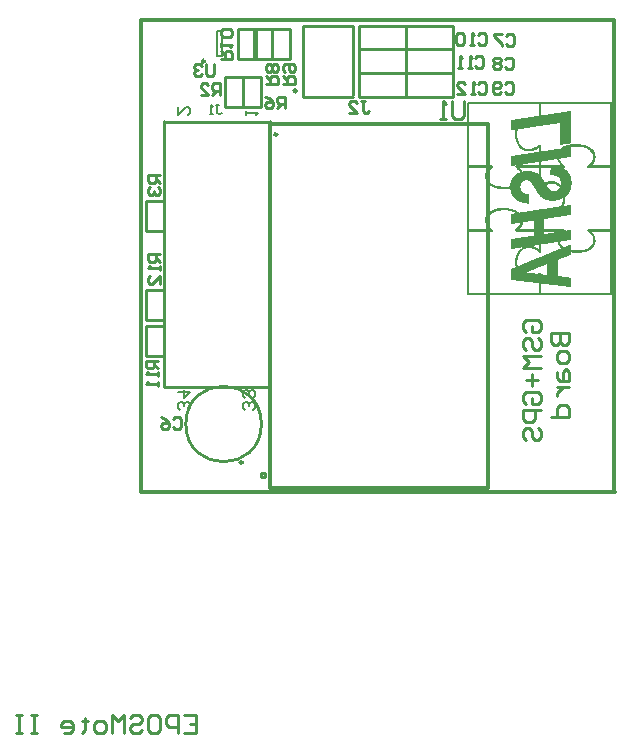
<source format=gbo>
%FSLAX44Y44*%
%MOMM*%
G71*
G01*
G75*
G04 Layer_Color=32896*
%ADD10O,2.4000X0.7500*%
%ADD11O,0.7500X2.4000*%
%ADD12R,0.6200X0.5000*%
%ADD13R,1.0000X1.1000*%
%ADD14R,0.4000X0.8000*%
%ADD15R,2.0000X2.2000*%
%ADD16R,1.1500X0.6500*%
%ADD17R,0.8000X0.5400*%
%ADD18R,1.3000X0.4500*%
%ADD19R,1.7000X1.3400*%
%ADD20R,1.7000X1.4000*%
%ADD21R,0.6000X0.6200*%
%ADD22R,1.5000X1.6000*%
%ADD23R,5.0000X1.9000*%
%ADD24P,0.8485X4X180.0*%
%ADD25C,0.2032*%
%ADD26C,0.2000*%
%ADD27C,0.7500*%
%ADD28C,0.3000*%
%ADD29C,0.5000*%
%ADD30C,0.1800*%
%ADD31C,0.8000*%
%ADD32C,1.2000*%
%ADD33C,1.0000*%
%ADD34R,5.0000X4.0000*%
%ADD35R,5.0000X4.0000*%
%ADD36C,3.0000*%
%ADD37C,1.0000*%
%ADD38R,1.0000X1.0000*%
%ADD39C,0.6100*%
%ADD40C,0.6000*%
%ADD41C,1.2700*%
%ADD42C,0.6350*%
%ADD43R,2.8700X0.7110*%
%ADD44R,1.1000X1.0000*%
%ADD45R,0.5000X2.1300*%
%ADD46R,3.2000X1.0000*%
%ADD47R,2.6000X1.0000*%
%ADD48R,1.2000X0.9000*%
%ADD49R,1.2700X1.2700*%
%ADD50R,0.5000X0.5000*%
%ADD51R,0.5000X0.4000*%
%ADD52C,0.2500*%
%ADD53C,0.1524*%
%ADD54C,0.2540*%
%ADD55C,0.1499*%
%ADD56O,2.6032X0.9532*%
%ADD57O,0.9532X2.6032*%
%ADD58R,0.8232X0.7032*%
%ADD59R,1.2032X1.3032*%
%ADD60R,0.6032X1.0032*%
%ADD61R,2.2032X2.4032*%
%ADD62R,1.3532X0.8532*%
%ADD63R,1.0032X0.7432*%
%ADD64R,1.5032X0.6532*%
%ADD65R,1.9032X1.5432*%
%ADD66R,1.9032X1.6032*%
%ADD67R,0.8032X0.8232*%
%ADD68R,1.7032X1.8032*%
%ADD69R,5.2032X2.1032*%
%ADD70P,1.1359X4X180.0*%
%ADD71C,3.2032*%
%ADD72C,1.2032*%
%ADD73R,1.2032X1.2032*%
%ADD74C,0.8132*%
%ADD75C,0.8032*%
%ADD76C,1.4732*%
%ADD77R,3.0732X0.9142*%
%ADD78R,1.3032X1.2032*%
%ADD79R,0.7032X2.3332*%
%ADD80R,3.4032X1.2032*%
%ADD81R,2.8032X1.2032*%
%ADD82R,1.4032X1.1032*%
%ADD83R,1.4732X1.4732*%
%ADD84R,0.7032X0.7032*%
%ADD85R,0.7032X0.6032*%
%ADD86C,0.3001*%
%ADD87C,0.0254*%
%ADD88C,0.2286*%
D25*
X62852Y327658D02*
X65391D01*
X64121D01*
Y321310D01*
X65391Y320040D01*
X66660D01*
X67930Y321310D01*
X60312Y320040D02*
X57773D01*
X59043D01*
Y327658D01*
X60312Y326388D01*
X88770Y319100D02*
Y322432D01*
Y320766D01*
X98767D01*
X97101Y319100D01*
X94734Y69100D02*
X96427Y70793D01*
Y74178D01*
X94734Y75871D01*
X93041D01*
X91348Y74178D01*
Y72486D01*
Y74178D01*
X89656Y75871D01*
X87963D01*
X86270Y74178D01*
Y70793D01*
X87963Y69100D01*
X94734Y79257D02*
X96427Y80949D01*
Y84335D01*
X94734Y86028D01*
X93041D01*
X91348Y84335D01*
Y82642D01*
Y84335D01*
X89656Y86028D01*
X87963D01*
X86270Y84335D01*
Y80949D01*
X87963Y79257D01*
X39734Y69100D02*
X41427Y70793D01*
Y74178D01*
X39734Y75871D01*
X38041D01*
X36348Y74178D01*
Y72486D01*
Y74178D01*
X34656Y75871D01*
X32963D01*
X31270Y74178D01*
Y70793D01*
X32963Y69100D01*
X31270Y84335D02*
X41427D01*
X36348Y79257D01*
Y86028D01*
X31270Y325871D02*
Y319100D01*
X38041Y325871D01*
X39734D01*
X41427Y324178D01*
Y320793D01*
X39734Y319100D01*
D26*
X64294Y368730D02*
X68294D01*
X64294Y390730D02*
X68294D01*
X64294Y368730D02*
Y390730D01*
X68294Y368730D02*
Y390730D01*
D28*
X0Y400000D02*
X400000D01*
X0D02*
X400000D01*
X0Y-0D02*
Y400000D01*
Y-0D02*
X400000D01*
Y400000D01*
Y-0D02*
Y400000D01*
X762Y-254D02*
X400762D01*
D52*
X85846Y25070D02*
G03*
X85846Y25070I-1250J0D01*
G01*
X53794Y364730D02*
G03*
X53794Y364730I-1250J0D01*
G01*
D53*
X27888Y313538D02*
X28396D01*
X129540Y338836D02*
Y339344D01*
X336169Y184023D02*
X337439Y185293D01*
Y167767D02*
Y185293D01*
X317246Y193294D02*
X317627Y190246D01*
X317246Y193294D02*
Y196596D01*
X317627Y199517D01*
X318516Y201930D01*
X320294Y204343D01*
X322326Y206121D01*
X324739Y207264D01*
X326898Y207645D01*
X329057D01*
X331089Y207264D01*
X333121Y206502D01*
X335407Y205105D01*
X337439Y203327D01*
Y211582D01*
X337312Y264287D02*
Y287274D01*
Y294005D01*
X335534Y292354D02*
X337312Y294005D01*
X333883Y291211D02*
X335534Y292354D01*
X331978Y290195D02*
X333883Y291211D01*
X330073Y289687D02*
X331978Y290195D01*
X327660Y289560D02*
X330073Y289687D01*
X325628D02*
X327660Y289560D01*
X322961Y290830D02*
X325628Y289687D01*
X320802Y292354D02*
X322961Y290830D01*
X318770Y295148D02*
X320802Y292354D01*
X317627Y297688D02*
X318770Y295148D01*
X317246Y300736D02*
X317627Y297688D01*
X317246Y300736D02*
Y304165D01*
X317500Y306959D01*
X318008Y308991D01*
X337439Y317373D02*
Y329692D01*
X356235Y241554D02*
X357251Y244221D01*
X357632Y246634D01*
Y251079D01*
X353314Y260096D02*
X355219Y258318D01*
X351028Y261493D02*
X353314Y260096D01*
X348615Y262128D02*
X351028Y261493D01*
X344932Y262128D02*
X348615D01*
X343027Y261493D02*
X344932Y262128D01*
X341249Y260604D02*
X343027Y261493D01*
X356870Y276225D02*
X358013Y275717D01*
X355854Y276987D02*
X356870Y276225D01*
X354965Y278003D02*
X355854Y276987D01*
X354076Y279146D02*
X354965Y278003D01*
X353314Y280416D02*
X354076Y279146D01*
X352552Y281940D02*
X353314Y280416D01*
X352425Y283464D02*
X352552Y281940D01*
X355981Y290322D02*
X356489Y291084D01*
X358394Y292227D01*
X360172Y292735D01*
X362331Y293243D01*
X364617Y293497D01*
X366649Y293624D01*
X368935D01*
X371602D01*
X373380Y293370D01*
X375031Y292862D01*
X376936Y292100D01*
X378714Y291211D01*
X380492Y289941D01*
X382016Y288544D01*
X383032Y286512D01*
X383413Y285369D01*
Y283337D02*
Y285369D01*
X383286Y281813D02*
X383413Y283337D01*
X382524Y280035D02*
X383286Y281813D01*
X381254Y278384D02*
X382524Y280035D01*
X379857Y276987D02*
X381254Y278384D01*
X378206Y275844D02*
X379857Y276987D01*
X378206Y275717D02*
Y275844D01*
Y275717D02*
X398018D01*
X321564Y270764D02*
X322199Y269113D01*
X320548Y272415D02*
X321564Y270764D01*
X319278Y273812D02*
X320548Y272415D01*
X318008Y274955D02*
X319278Y273812D01*
X317500Y275717D02*
X318008Y274955D01*
X317500Y275717D02*
X332232D01*
X358013D01*
X310515Y257810D02*
X312547Y258318D01*
X309118Y257683D02*
X310515Y257810D01*
X276733Y275717D02*
X296926D01*
X295529Y274447D02*
X296926Y275717D01*
X294005Y272923D02*
X295529Y274447D01*
X292989Y271399D02*
X294005Y272923D01*
X292227Y269875D02*
X292989Y271399D01*
X291973Y268859D02*
X292227Y269875D01*
X291973Y266192D02*
Y268859D01*
Y266192D02*
X292481Y264033D01*
X293751Y262255D01*
X295402Y260731D01*
X297561Y259461D01*
X300228Y258445D01*
X303022Y257937D01*
X305308Y257683D01*
X309118D01*
X378206Y221615D02*
X398018D01*
X378206Y221488D02*
Y221615D01*
Y221488D02*
X379857Y220345D01*
X381254Y218948D01*
X382524Y217297D01*
X383286Y215519D01*
X383413Y213995D01*
Y211963D02*
Y213995D01*
X383032Y210820D02*
X383413Y211963D01*
X382016Y208788D02*
X383032Y210820D01*
X380492Y207391D02*
X382016Y208788D01*
X378714Y206121D02*
X380492Y207391D01*
X376936Y205232D02*
X378714Y206121D01*
X375031Y204470D02*
X376936Y205232D01*
X373380Y203962D02*
X375031Y204470D01*
X371602Y203708D02*
X373380Y203962D01*
X368935Y203708D02*
X371602D01*
X366649D02*
X368935D01*
X364617Y203835D02*
X366649Y203708D01*
X362712Y204089D02*
X364617Y203835D01*
X354965Y208153D02*
X356870Y206375D01*
X353822Y209804D02*
X354965Y208153D01*
X353187Y211328D02*
X353822Y209804D01*
X353187Y211328D02*
Y213106D01*
X332232Y221742D02*
X358013D01*
X317500D02*
X332232D01*
X317500D02*
X318008Y222504D01*
X319278Y223647D01*
X320548Y225044D01*
X321564Y226695D01*
X322199Y228346D01*
Y229743D01*
X315595Y238252D02*
X318643Y236601D01*
X312674Y239141D02*
X315595Y238252D01*
X309118Y239649D02*
X312674Y239141D01*
X305308Y239649D02*
X309118D01*
X303022Y239395D02*
X305308Y239649D01*
X300228Y238887D02*
X303022Y239395D01*
X297561Y237871D02*
X300228Y238887D01*
X295402Y236601D02*
X297561Y237871D01*
X293751Y235077D02*
X295402Y236601D01*
X292481Y233299D02*
X293751Y235077D01*
X291973Y231140D02*
X292481Y233299D01*
X291973Y228473D02*
Y231140D01*
Y228473D02*
X292227Y227457D01*
X292989Y225933D01*
X294005Y224409D01*
X295529Y222885D01*
X296926Y221615D01*
X276733D02*
X296926D01*
X398018Y167767D02*
Y329692D01*
X276733Y167767D02*
X398018D01*
X276733D02*
Y329692D01*
X398018D01*
D54*
X115040Y302830D02*
G03*
X115040Y302830I-1270J0D01*
G01*
X131518Y339718D02*
G03*
X131518Y339718I-1270J0D01*
G01*
X101596Y57570D02*
G03*
X101596Y57570I-32000J0D01*
G01*
X18770Y89100D02*
X107136D01*
X18770Y313538D02*
X107136D01*
X18770Y89662D02*
Y314100D01*
X108770Y89662D02*
Y314100D01*
X81534Y366268D02*
X96774D01*
X81534D02*
Y391668D01*
X96774D01*
Y366268D02*
Y391668D01*
X110240Y366268D02*
X125480D01*
X110240D02*
Y391668D01*
X125480D01*
Y366268D02*
Y391668D01*
X95760Y366268D02*
X111000D01*
X95760D02*
Y391668D01*
X111000D01*
Y366268D02*
Y391668D01*
X224416Y374810D02*
Y394930D01*
X184216Y374810D02*
X224416D01*
X184216D02*
Y394930D01*
X224416D01*
X224470Y354744D02*
Y374864D01*
X184270Y354744D02*
X224470D01*
X184270D02*
Y374864D01*
X224470D01*
X224416Y334678D02*
Y354798D01*
X184216Y334678D02*
X224416D01*
X184216D02*
Y354798D01*
X224416D01*
X263840Y374810D02*
Y394930D01*
X223640Y374810D02*
X263840D01*
X223640D02*
Y394930D01*
X263840D01*
Y354744D02*
Y374864D01*
X223640Y354744D02*
X263840D01*
X223640D02*
Y374864D01*
X263840D01*
Y334678D02*
Y354798D01*
X223640Y334678D02*
X263840D01*
X223640D02*
Y354798D01*
X263840D01*
X178978Y336352D02*
Y394718D01*
X136478Y334718D02*
Y394718D01*
Y334718D02*
X178978D01*
X136478Y394718D02*
X178978D01*
X85856Y351790D02*
X101096D01*
Y326390D02*
Y351790D01*
X85856Y326390D02*
X101096D01*
X85856D02*
Y351790D01*
X70616Y326390D02*
X85856D01*
X70616D02*
Y351790D01*
X85856D01*
Y326390D02*
Y351790D01*
X4064Y246126D02*
X19304D01*
Y220726D02*
Y246126D01*
X4064Y220726D02*
X19304D01*
X4064D02*
Y246126D01*
X4060Y145796D02*
X19300D01*
X4060D02*
Y171196D01*
X19300D01*
Y145796D02*
Y171196D01*
X4064Y115316D02*
X19304D01*
X4064D02*
Y140716D01*
X19304D01*
Y115316D02*
Y140716D01*
X185868Y331307D02*
X189200D01*
X187534D01*
Y322976D01*
X189200Y321310D01*
X190866D01*
X192532Y322976D01*
X175871Y321310D02*
X182535D01*
X175871Y327975D01*
Y329641D01*
X177537Y331307D01*
X180869D01*
X182535Y329641D01*
X26609Y61925D02*
X28276Y63591D01*
X31608D01*
X33274Y61925D01*
Y55260D01*
X31608Y53594D01*
X28276D01*
X26609Y55260D01*
X16613Y63591D02*
X19945Y61925D01*
X23277Y58592D01*
Y55260D01*
X21611Y53594D01*
X18279D01*
X16613Y55260D01*
Y56926D01*
X18279Y58592D01*
X23277D01*
X308804Y386283D02*
X310470Y387949D01*
X313802D01*
X315468Y386283D01*
Y379618D01*
X313802Y377952D01*
X310470D01*
X308804Y379618D01*
X305471Y387949D02*
X298807D01*
Y386283D01*
X305471Y379618D01*
Y377952D01*
X307787Y366217D02*
X309454Y367883D01*
X312786D01*
X314452Y366217D01*
Y359552D01*
X312786Y357886D01*
X309454D01*
X307787Y359552D01*
X304455Y366217D02*
X302789Y367883D01*
X299457D01*
X297791Y366217D01*
Y364551D01*
X299457Y362884D01*
X297791Y361218D01*
Y359552D01*
X299457Y357886D01*
X302789D01*
X304455Y359552D01*
Y361218D01*
X302789Y362884D01*
X304455Y364551D01*
Y366217D01*
X302789Y362884D02*
X299457D01*
X308041Y345135D02*
X309708Y346801D01*
X313040D01*
X314706Y345135D01*
Y338470D01*
X313040Y336804D01*
X309708D01*
X308041Y338470D01*
X304709D02*
X303043Y336804D01*
X299711D01*
X298045Y338470D01*
Y345135D01*
X299711Y346801D01*
X303043D01*
X304709Y345135D01*
Y343469D01*
X303043Y341802D01*
X298045D01*
X284928Y386791D02*
X286594Y388457D01*
X289926D01*
X291592Y386791D01*
Y380126D01*
X289926Y378460D01*
X286594D01*
X284928Y380126D01*
X281595Y378460D02*
X278263D01*
X279929D01*
Y388457D01*
X281595Y386791D01*
X273265D02*
X271598Y388457D01*
X268266D01*
X266600Y386791D01*
Y380126D01*
X268266Y378460D01*
X271598D01*
X273265Y380126D01*
Y386791D01*
X282896Y367233D02*
X284562Y368899D01*
X287894D01*
X289560Y367233D01*
Y360568D01*
X287894Y358902D01*
X284562D01*
X282896Y360568D01*
X279563Y358902D02*
X276231D01*
X277897D01*
Y368899D01*
X279563Y367233D01*
X271233Y358902D02*
X267900D01*
X269566D01*
Y368899D01*
X271233Y367233D01*
X285436Y345135D02*
X287102Y346801D01*
X290434D01*
X292100Y345135D01*
Y338470D01*
X290434Y336804D01*
X287102D01*
X285436Y338470D01*
X282103Y336804D02*
X278771D01*
X280437D01*
Y346801D01*
X282103Y345135D01*
X267108Y336804D02*
X273773D01*
X267108Y343469D01*
Y345135D01*
X268774Y346801D01*
X272106D01*
X273773Y345135D01*
X66802Y336296D02*
Y346293D01*
X61804D01*
X60138Y344627D01*
Y341294D01*
X61804Y339628D01*
X66802D01*
X63470D02*
X60138Y336296D01*
X50141D02*
X56805D01*
X50141Y342961D01*
Y344627D01*
X51807Y346293D01*
X55139D01*
X56805Y344627D01*
X15748Y268478D02*
X5751D01*
Y263480D01*
X7417Y261814D01*
X10750D01*
X12416Y263480D01*
Y268478D01*
Y265146D02*
X15748Y261814D01*
X7417Y258481D02*
X5751Y256815D01*
Y253483D01*
X7417Y251817D01*
X9083D01*
X10750Y253483D01*
Y255149D01*
Y253483D01*
X12416Y251817D01*
X14082D01*
X15748Y253483D01*
Y256815D01*
X14082Y258481D01*
X121666Y324866D02*
Y334863D01*
X116668D01*
X115001Y333197D01*
Y329864D01*
X116668Y328198D01*
X121666D01*
X118334D02*
X115001Y324866D01*
X105005Y334863D02*
X108337Y333197D01*
X111669Y329864D01*
Y326532D01*
X110003Y324866D01*
X106671D01*
X105005Y326532D01*
Y328198D01*
X106671Y329864D01*
X111669D01*
X105410Y345440D02*
X115407D01*
Y350438D01*
X113741Y352104D01*
X110408D01*
X108742Y350438D01*
Y345440D01*
Y348772D02*
X105410Y352104D01*
X113741Y355437D02*
X115407Y357103D01*
Y360435D01*
X113741Y362101D01*
X112074D01*
X110408Y360435D01*
X108742Y362101D01*
X107076D01*
X105410Y360435D01*
Y357103D01*
X107076Y355437D01*
X108742D01*
X110408Y357103D01*
X112074Y355437D01*
X113741D01*
X110408Y357103D02*
Y360435D01*
X119888Y345440D02*
X129885D01*
Y350438D01*
X128219Y352104D01*
X124886D01*
X123220Y350438D01*
Y345440D01*
Y348772D02*
X119888Y352104D01*
X121554Y355437D02*
X119888Y357103D01*
Y360435D01*
X121554Y362101D01*
X128219D01*
X129885Y360435D01*
Y357103D01*
X128219Y355437D01*
X126552D01*
X124886Y357103D01*
Y362101D01*
X67056Y367030D02*
X77053D01*
Y372028D01*
X75387Y373694D01*
X72054D01*
X70388Y372028D01*
Y367030D01*
Y370362D02*
X67056Y373694D01*
Y377027D02*
Y380359D01*
Y378693D01*
X77053D01*
X75387Y377027D01*
Y385357D02*
X77053Y387024D01*
Y390356D01*
X75387Y392022D01*
X68722D01*
X67056Y390356D01*
Y387024D01*
X68722Y385357D01*
X75387D01*
X14224Y111252D02*
X4227D01*
Y106254D01*
X5893Y104587D01*
X9226D01*
X10892Y106254D01*
Y111252D01*
Y107920D02*
X14224Y104587D01*
Y101255D02*
Y97923D01*
Y99589D01*
X4227D01*
X5893Y101255D01*
X14224Y92925D02*
Y89592D01*
Y91258D01*
X4227D01*
X5893Y92925D01*
X15748Y201168D02*
X5751D01*
Y196170D01*
X7417Y194503D01*
X10750D01*
X12416Y196170D01*
Y201168D01*
Y197836D02*
X15748Y194503D01*
Y191171D02*
Y187839D01*
Y189505D01*
X5751D01*
X7417Y191171D01*
X15748Y176176D02*
Y182841D01*
X9083Y176176D01*
X7417D01*
X5751Y177842D01*
Y181174D01*
X7417Y182841D01*
X273558Y330703D02*
Y318007D01*
X271019Y315468D01*
X265940D01*
X263401Y318007D01*
Y330703D01*
X258323Y315468D02*
X253245D01*
X255784D01*
Y330703D01*
X258323Y328164D01*
X61214Y362549D02*
Y354218D01*
X59548Y352552D01*
X56216D01*
X54549Y354218D01*
Y362549D01*
X51217Y360883D02*
X49551Y362549D01*
X46219D01*
X44553Y360883D01*
Y359216D01*
X46219Y357550D01*
X47885D01*
X46219D01*
X44553Y355884D01*
Y354218D01*
X46219Y352552D01*
X49551D01*
X51217Y354218D01*
X101118Y16256D02*
Y12924D01*
X104450D01*
Y16256D01*
X101118D01*
D86*
X108618Y3756D02*
Y311256D01*
X293618D01*
X108618Y3756D02*
X293618D01*
Y311256D01*
D87*
X351536Y182880D02*
X362585Y181483D01*
X351536Y182880D02*
Y183007D01*
X362712Y181610D01*
X351536Y197231D02*
X362585Y201803D01*
X351536Y197104D02*
Y197231D01*
Y197104D02*
X362712Y201676D01*
X323977Y185801D02*
X343408Y183642D01*
Y183769D02*
Y193929D01*
X323469Y186055D02*
X343408Y183769D01*
X323469Y186055D02*
X343408Y194056D01*
X313309Y180721D02*
X362712Y174752D01*
Y174625D02*
Y174752D01*
X313182Y180594D02*
X362712Y174625D01*
X313182Y188976D02*
X362458Y209169D01*
X313182Y188976D02*
Y189230D01*
X362712Y209423D01*
Y209296D02*
Y209423D01*
X313182Y206756D02*
X362585Y214376D01*
X313182Y206629D02*
Y206756D01*
Y206629D02*
X362712Y214249D01*
Y214376D01*
X313182Y214122D02*
X362712Y221615D01*
X313182Y214122D02*
Y214249D01*
X362712Y221742D01*
X313182Y228346D02*
X362712Y235839D01*
X313182Y228092D02*
Y228346D01*
Y228092D02*
X362712Y235712D01*
X313182Y235458D02*
Y235585D01*
Y235712D01*
Y235585D02*
X362712Y243078D01*
Y243205D01*
X313182Y235712D02*
X362712Y243205D01*
X313182Y307213D02*
X354584Y313563D01*
Y313436D02*
Y313563D01*
X313182Y307086D02*
X354584Y313436D01*
X362712Y322072D02*
Y322326D01*
X313182Y314579D02*
X362712Y322326D01*
X313182Y314452D02*
Y314579D01*
Y314452D02*
X362712Y322072D01*
X313182Y284099D02*
X362712Y291973D01*
Y284480D02*
Y284734D01*
X313182Y276860D02*
X362712Y284734D01*
X313182Y276733D02*
Y276860D01*
Y276733D02*
X362712Y284480D01*
X314452Y277114D02*
Y284353D01*
X313182Y284226D02*
X362712Y292100D01*
X354584Y294767D02*
Y294894D01*
Y294767D02*
X362712Y296037D01*
Y296164D01*
X354584Y294894D02*
X362712Y296164D01*
X363474Y293116D02*
Y293624D01*
X363728Y293116D02*
Y293624D01*
X363982Y293116D02*
Y293624D01*
X364236Y293116D02*
Y293624D01*
X364490Y293116D02*
Y293878D01*
X364744Y293116D02*
Y293878D01*
X364998Y293370D02*
Y293878D01*
X365252Y293370D02*
Y293878D01*
X365506Y293370D02*
Y293878D01*
X365760Y293370D02*
Y293878D01*
X366014Y293370D02*
Y293878D01*
X366268Y293370D02*
Y293878D01*
X366522Y293370D02*
Y293878D01*
X366776Y293370D02*
Y293878D01*
X367030Y293370D02*
Y293878D01*
X367284Y293370D02*
Y293878D01*
X367538Y293370D02*
Y293878D01*
X367792Y293370D02*
Y294132D01*
X368046Y293370D02*
Y294132D01*
X368300Y293370D02*
Y294132D01*
X368554Y293370D02*
Y294132D01*
X368808Y293370D02*
Y294132D01*
X369062Y293370D02*
Y294132D01*
X369316Y293370D02*
Y293878D01*
X369570Y293370D02*
Y293878D01*
X369824Y293370D02*
Y293878D01*
X370078Y293370D02*
Y293878D01*
X370332Y293370D02*
Y293878D01*
X370586Y293370D02*
Y293878D01*
X370840Y293370D02*
Y293878D01*
X371094Y293370D02*
Y293878D01*
X371348Y293370D02*
Y293878D01*
X371602Y293370D02*
Y293878D01*
X371856Y293116D02*
Y293878D01*
X372110Y293116D02*
Y293878D01*
X372364Y293116D02*
Y293624D01*
X372618Y293116D02*
Y293624D01*
X372872Y293116D02*
Y293624D01*
X373126Y293116D02*
Y293624D01*
X373380Y292862D02*
Y293624D01*
X373634Y292862D02*
Y293624D01*
X373888Y292862D02*
Y293624D01*
X374142Y292862D02*
Y293370D01*
X374396Y292862D02*
Y293370D01*
X374650Y292608D02*
Y293370D01*
X374904Y292608D02*
Y293370D01*
X375158Y292608D02*
Y293370D01*
X375412Y292608D02*
Y293116D01*
X375666Y292354D02*
Y293116D01*
X375920Y292354D02*
Y292862D01*
X376174Y292354D02*
Y292862D01*
X376428Y292100D02*
Y292862D01*
X376682Y292100D02*
Y292608D01*
X376936Y292100D02*
Y292608D01*
X377190Y291846D02*
Y292608D01*
X377444Y291846D02*
Y292354D01*
X377698Y291592D02*
Y292354D01*
X377952Y275336D02*
Y276098D01*
Y291592D02*
Y292100D01*
X378206Y275336D02*
Y276098D01*
Y291338D02*
Y292100D01*
X378460Y275336D02*
Y276098D01*
Y291338D02*
Y291846D01*
X378714Y275336D02*
Y276352D01*
Y291084D02*
Y291846D01*
X378968Y275336D02*
Y276352D01*
Y290830D02*
Y291592D01*
X379222Y275336D02*
Y276606D01*
Y290830D02*
Y291592D01*
X379476Y275336D02*
Y276860D01*
Y290576D02*
Y291338D01*
X379730Y275336D02*
Y276098D01*
Y276352D02*
Y277114D01*
Y290322D02*
Y291084D01*
X379984Y275336D02*
Y276098D01*
Y276606D02*
Y277368D01*
Y290322D02*
Y291084D01*
X380238Y275336D02*
Y276098D01*
Y276860D02*
Y277622D01*
Y290068D02*
Y290830D01*
X380492Y275336D02*
Y276098D01*
Y277114D02*
Y277876D01*
Y289814D02*
Y290576D01*
X380746Y275336D02*
Y276098D01*
Y277368D02*
Y278384D01*
Y289560D02*
Y290322D01*
X381000Y275336D02*
Y276098D01*
Y277622D02*
Y278638D01*
Y289306D02*
Y290322D01*
X381254Y275336D02*
Y276098D01*
Y277876D02*
Y278892D01*
Y289052D02*
Y290068D01*
X381508Y275336D02*
Y276098D01*
Y278130D02*
Y279146D01*
Y288798D02*
Y289814D01*
X381762Y275336D02*
Y276098D01*
Y278638D02*
Y279654D01*
Y288544D02*
Y289560D01*
X382016Y275336D02*
Y276098D01*
Y278892D02*
Y280162D01*
Y288036D02*
Y289306D01*
X382270Y275336D02*
Y276098D01*
Y279400D02*
Y280670D01*
Y287782D02*
Y288798D01*
X382524Y275336D02*
Y276098D01*
Y279654D02*
Y281178D01*
Y287274D02*
Y288544D01*
X382778Y275336D02*
Y276098D01*
Y280162D02*
Y281686D01*
Y286766D02*
Y288036D01*
X383032Y275336D02*
Y276098D01*
Y280670D02*
Y282702D01*
Y285496D02*
Y287528D01*
X383286Y275336D02*
Y276098D01*
Y281178D02*
Y287020D01*
X383540Y275336D02*
Y276098D01*
Y282194D02*
Y286258D01*
X383794Y275336D02*
Y276098D01*
Y283972D02*
Y284734D01*
X384048Y275336D02*
Y276098D01*
X384302Y275336D02*
Y276098D01*
X384556Y275336D02*
Y276098D01*
X384810Y275336D02*
Y276098D01*
X385064Y275336D02*
Y276098D01*
X385318Y275336D02*
Y276098D01*
X385572Y275336D02*
Y276098D01*
X385826Y275336D02*
Y276098D01*
X386080Y275336D02*
Y276098D01*
X386334Y275336D02*
Y276098D01*
X386588Y275336D02*
Y276098D01*
X386842Y275336D02*
Y276098D01*
X387096Y275336D02*
Y276098D01*
X387350Y275336D02*
Y276098D01*
X387604Y275336D02*
Y276098D01*
X387858Y275336D02*
Y276098D01*
X388112Y275336D02*
Y276098D01*
X388366Y275336D02*
Y276098D01*
X388620Y275336D02*
Y276098D01*
X388874Y275336D02*
Y276098D01*
X389128Y275336D02*
Y276098D01*
X389382Y275336D02*
Y276098D01*
X389636Y275336D02*
Y276098D01*
X389890Y275336D02*
Y276098D01*
X390144Y275336D02*
Y276098D01*
X390398Y275336D02*
Y276098D01*
X390652Y275336D02*
Y276098D01*
X390906Y275336D02*
Y276098D01*
X391160Y275336D02*
Y276098D01*
X391414Y275336D02*
Y276098D01*
X391668Y275336D02*
Y276098D01*
X391922Y275336D02*
Y276098D01*
X392176Y275336D02*
Y276098D01*
X392430Y275336D02*
Y276098D01*
X392684Y275336D02*
Y276098D01*
X392938Y275336D02*
Y276098D01*
X393192Y275336D02*
Y276098D01*
X393446Y275336D02*
Y276098D01*
X393700Y275336D02*
Y276098D01*
X393954Y275336D02*
Y276098D01*
X394208Y275336D02*
Y276098D01*
X394462Y275336D02*
Y276098D01*
X394716Y275336D02*
Y276098D01*
X394970Y275336D02*
Y276098D01*
X395224Y275336D02*
Y276098D01*
X395478Y275336D02*
Y276098D01*
X395732Y275336D02*
Y276098D01*
X395986Y275336D02*
Y276098D01*
X396240Y275336D02*
Y276098D01*
X396494Y275336D02*
Y276098D01*
X396748Y275336D02*
Y276098D01*
X397002Y275336D02*
Y276098D01*
X397256Y275336D02*
Y276098D01*
X397510Y275336D02*
Y276098D01*
X397764Y275336D02*
Y276098D01*
X317246Y275463D02*
Y276225D01*
X317500Y275209D02*
Y276225D01*
X317754Y274955D02*
Y276225D01*
X318008Y274955D02*
Y276225D01*
X318262Y274701D02*
Y275209D01*
Y275463D02*
Y276225D01*
X318516Y274447D02*
Y275209D01*
Y275463D02*
Y276225D01*
X318770Y274193D02*
Y274955D01*
Y275463D02*
Y276225D01*
X319024Y273939D02*
Y274701D01*
Y275463D02*
Y276225D01*
X319278Y273685D02*
Y274447D01*
Y275463D02*
Y276225D01*
X319532Y273431D02*
Y273939D01*
Y275463D02*
Y276225D01*
X319786Y272923D02*
Y273685D01*
Y275463D02*
Y276225D01*
X320040Y272669D02*
Y273431D01*
Y275463D02*
Y276225D01*
X320294Y272415D02*
Y273177D01*
Y275463D02*
Y276225D01*
X320548Y271907D02*
Y272923D01*
Y275463D02*
Y276225D01*
X320802Y271399D02*
Y272415D01*
Y275463D02*
Y276225D01*
X321056Y270891D02*
Y272161D01*
Y275463D02*
Y276225D01*
X321310Y270383D02*
Y271907D01*
Y275463D02*
Y276225D01*
X321564Y269621D02*
Y271399D01*
Y275463D02*
Y276225D01*
X321818Y268605D02*
Y270891D01*
Y275463D02*
Y276225D01*
X322072Y275463D02*
Y276225D01*
X322326Y275463D02*
Y276225D01*
X322580Y275463D02*
Y276225D01*
X322834Y275463D02*
Y276225D01*
X323088Y275463D02*
Y276225D01*
X323342Y275463D02*
Y276225D01*
X323596Y275463D02*
Y276225D01*
X323850Y275463D02*
Y276225D01*
X324104Y275463D02*
Y276225D01*
X324358Y275463D02*
Y276225D01*
X324612Y275463D02*
Y276225D01*
X324866Y275463D02*
Y276225D01*
X277114Y275336D02*
Y276098D01*
X277368Y275336D02*
Y276098D01*
X277622Y275336D02*
Y276098D01*
X277876Y275336D02*
Y276098D01*
X278130Y275336D02*
Y276098D01*
X278384Y275336D02*
Y276098D01*
X278638Y275336D02*
Y276098D01*
X278892Y275336D02*
Y276098D01*
X279146Y275336D02*
Y276098D01*
X279400Y275336D02*
Y276098D01*
X279654Y275336D02*
Y276098D01*
X279908Y275336D02*
Y276098D01*
X280162Y275336D02*
Y276098D01*
X280416Y275336D02*
Y276098D01*
X280670Y275336D02*
Y276098D01*
X280924Y275336D02*
Y276098D01*
X281178Y275336D02*
Y276098D01*
X281432Y275336D02*
Y276098D01*
X281686Y275336D02*
Y276098D01*
X281940Y275336D02*
Y276098D01*
X282194Y275336D02*
Y276098D01*
X282448Y275336D02*
Y276098D01*
X282702Y275336D02*
Y276098D01*
X282956Y275336D02*
Y276098D01*
X283210Y275336D02*
Y276098D01*
X283464Y275336D02*
Y276098D01*
X283718Y275336D02*
Y276098D01*
X283972Y275336D02*
Y276098D01*
X284226Y275336D02*
Y276098D01*
X284480Y275336D02*
Y276098D01*
X284734Y275336D02*
Y276098D01*
X284988Y275336D02*
Y276098D01*
X285242Y275336D02*
Y276098D01*
X285496Y275336D02*
Y276098D01*
X285750Y275336D02*
Y276098D01*
X286004Y275336D02*
Y276098D01*
X286258Y275336D02*
Y276098D01*
X286512Y275336D02*
Y276098D01*
X286766Y275336D02*
Y276098D01*
X287020Y275336D02*
Y276098D01*
X287274Y275336D02*
Y276098D01*
X287528Y275336D02*
Y276098D01*
X287782Y275336D02*
Y276098D01*
X288036Y275336D02*
Y276098D01*
X288290Y275336D02*
Y276098D01*
X288544Y275336D02*
Y276098D01*
X288798Y275336D02*
Y276098D01*
X289052Y275336D02*
Y276098D01*
X289306Y275336D02*
Y276098D01*
X289560Y275336D02*
Y276098D01*
X289814Y275336D02*
Y276098D01*
X290068Y275336D02*
Y276098D01*
X290322Y275336D02*
Y276098D01*
X290576Y275336D02*
Y276098D01*
X290830Y275336D02*
Y276098D01*
X291084Y275336D02*
Y276098D01*
X291338Y275336D02*
Y276098D01*
X291592Y266700D02*
Y268224D01*
Y275336D02*
Y276098D01*
X291846Y265176D02*
Y269494D01*
Y275336D02*
Y276098D01*
X292100Y264414D02*
Y270256D01*
Y275336D02*
Y276098D01*
X292354Y263906D02*
Y265684D01*
Y268986D02*
Y270764D01*
Y275336D02*
Y276098D01*
X292608Y263398D02*
Y264668D01*
Y269748D02*
Y271272D01*
Y275336D02*
Y276098D01*
X292862Y262890D02*
Y263906D01*
Y270510D02*
Y271526D01*
Y275336D02*
Y276098D01*
X293116Y262636D02*
Y263398D01*
Y271272D02*
Y272034D01*
Y275336D02*
Y276098D01*
X293370Y262382D02*
Y263144D01*
Y271526D02*
Y272288D01*
Y275336D02*
Y276098D01*
X293624Y262128D02*
Y262636D01*
Y272034D02*
Y272796D01*
Y275336D02*
Y276098D01*
X293878Y261874D02*
Y262382D01*
Y272288D02*
Y273050D01*
Y275336D02*
Y276098D01*
X294132Y261620D02*
Y262128D01*
Y272542D02*
Y273304D01*
Y275336D02*
Y276098D01*
X294386Y261366D02*
Y261874D01*
Y273050D02*
Y273558D01*
Y275336D02*
Y276098D01*
X294640Y261112D02*
Y261620D01*
Y273304D02*
Y273812D01*
Y275336D02*
Y276098D01*
X294894Y260858D02*
Y261620D01*
Y273558D02*
Y274320D01*
Y275336D02*
Y276098D01*
X295148Y260604D02*
Y261366D01*
Y273812D02*
Y274574D01*
Y275336D02*
Y276098D01*
X295402Y260604D02*
Y261112D01*
Y274066D02*
Y274828D01*
Y275336D02*
Y276098D01*
X295656Y260350D02*
Y260858D01*
Y274320D02*
Y274828D01*
Y275336D02*
Y276098D01*
X295910Y260096D02*
Y260604D01*
Y274574D02*
Y275082D01*
Y275336D02*
Y276098D01*
X296164Y260096D02*
Y260604D01*
Y274828D02*
Y276098D01*
X296418Y259842D02*
Y260350D01*
Y275082D02*
Y276098D01*
X296672Y259588D02*
Y260096D01*
Y275082D02*
Y276098D01*
X296926Y259588D02*
Y260096D01*
Y275336D02*
Y275844D01*
X297180Y259334D02*
Y259842D01*
X297434Y259334D02*
Y259842D01*
X297688Y259080D02*
Y259588D01*
X297942Y259080D02*
Y259588D01*
X298196Y258826D02*
Y259588D01*
X298450Y258826D02*
Y259334D01*
X298704Y258826D02*
Y259334D01*
X298958Y258572D02*
Y259080D01*
X299212Y258572D02*
Y259080D01*
X299466Y258572D02*
Y259080D01*
X299720Y258318D02*
Y258826D01*
X299974Y258318D02*
Y258826D01*
X300228Y258318D02*
Y258826D01*
X300482Y258064D02*
Y258826D01*
X300736Y258064D02*
Y258826D01*
X300990Y258064D02*
Y258572D01*
X301244Y258064D02*
Y258572D01*
X301498Y257810D02*
Y258572D01*
X301752Y257810D02*
Y258572D01*
X302006Y257810D02*
Y258318D01*
X302260Y257810D02*
Y258318D01*
X302514Y257810D02*
Y258318D01*
X302768Y257556D02*
Y258318D01*
X303022Y257556D02*
Y258318D01*
X303276Y257556D02*
Y258318D01*
X303530Y257556D02*
Y258318D01*
X303784Y257556D02*
Y258064D01*
X304038Y257556D02*
Y258064D01*
X304292Y257556D02*
Y258064D01*
X304546Y257556D02*
Y258064D01*
X304800Y257556D02*
Y258064D01*
X305054Y257302D02*
Y258064D01*
X305308Y257302D02*
Y258064D01*
X305562Y257302D02*
Y258064D01*
X305816Y257302D02*
Y258064D01*
X306070Y257302D02*
Y258064D01*
X306324Y257302D02*
Y258064D01*
X306578Y257302D02*
Y258064D01*
X306832Y257302D02*
Y258064D01*
X307086Y257302D02*
Y258064D01*
X307340Y257302D02*
Y258064D01*
X307594Y257302D02*
Y258064D01*
X307848Y257302D02*
Y258064D01*
X308102Y257302D02*
Y258064D01*
X308356Y257302D02*
Y258064D01*
X308610Y257302D02*
Y258064D01*
X308864Y257302D02*
Y258064D01*
X309118Y257302D02*
Y258064D01*
X309372Y257556D02*
Y258064D01*
X309626Y257556D02*
Y258064D01*
X309880Y257556D02*
Y258064D01*
X310134Y257556D02*
Y258064D01*
X310388Y257556D02*
Y258064D01*
X310642Y257556D02*
Y258318D01*
X310896Y257556D02*
Y258318D01*
X311150Y257556D02*
Y258318D01*
X311404Y257556D02*
Y258318D01*
X311658Y257810D02*
Y258318D01*
X311912Y257810D02*
Y258318D01*
X312166Y257810D02*
Y258572D01*
X312420Y257810D02*
Y258572D01*
X398272Y167640D02*
Y329946D01*
X398018Y167640D02*
Y329946D01*
X397764Y167640D02*
Y167894D01*
Y221234D02*
Y221996D01*
Y275336D02*
Y276098D01*
Y329438D02*
Y329946D01*
X397510Y167640D02*
Y167894D01*
Y221234D02*
Y221996D01*
Y275336D02*
Y276098D01*
Y329438D02*
Y329946D01*
X397256Y167640D02*
Y167894D01*
Y221234D02*
Y221996D01*
Y275336D02*
Y276098D01*
Y329438D02*
Y329946D01*
X397002Y167640D02*
Y167894D01*
Y221234D02*
Y221996D01*
Y275336D02*
Y276098D01*
Y329438D02*
Y329946D01*
X396748Y167640D02*
Y167894D01*
Y221234D02*
Y221996D01*
Y275336D02*
Y276098D01*
Y329438D02*
Y329946D01*
X396494Y167640D02*
Y167894D01*
Y221234D02*
Y221996D01*
Y275336D02*
Y276098D01*
Y329438D02*
Y329946D01*
X396240Y167640D02*
Y167894D01*
Y221234D02*
Y221996D01*
Y275336D02*
Y276098D01*
Y329438D02*
Y329946D01*
X395986Y167640D02*
Y167894D01*
Y221234D02*
Y221996D01*
Y275336D02*
Y276098D01*
Y329438D02*
Y329946D01*
X395732Y167640D02*
Y167894D01*
Y221234D02*
Y221996D01*
Y275336D02*
Y276098D01*
Y329438D02*
Y329946D01*
X395478Y167640D02*
Y167894D01*
Y221234D02*
Y221996D01*
Y275336D02*
Y276098D01*
Y329438D02*
Y329946D01*
X395224Y167640D02*
Y167894D01*
Y221234D02*
Y221996D01*
Y275336D02*
Y276098D01*
Y329438D02*
Y329946D01*
X394970Y167640D02*
Y167894D01*
Y221234D02*
Y221996D01*
Y275336D02*
Y276098D01*
Y329438D02*
Y329946D01*
X394716Y167640D02*
Y167894D01*
Y221234D02*
Y221996D01*
Y275336D02*
Y276098D01*
Y329438D02*
Y329946D01*
X394462Y167640D02*
Y167894D01*
Y221234D02*
Y221996D01*
Y275336D02*
Y276098D01*
Y329438D02*
Y329946D01*
X394208Y167640D02*
Y167894D01*
Y221234D02*
Y221996D01*
Y275336D02*
Y276098D01*
Y329438D02*
Y329946D01*
X393954Y167640D02*
Y167894D01*
Y221234D02*
Y221996D01*
Y275336D02*
Y276098D01*
Y329438D02*
Y329946D01*
X393700Y167640D02*
Y167894D01*
Y221234D02*
Y221996D01*
Y275336D02*
Y276098D01*
Y329438D02*
Y329946D01*
X393446Y167640D02*
Y167894D01*
Y221234D02*
Y221996D01*
Y275336D02*
Y276098D01*
Y329438D02*
Y329946D01*
X393192Y167640D02*
Y167894D01*
Y221234D02*
Y221996D01*
Y275336D02*
Y276098D01*
Y329438D02*
Y329946D01*
X392938Y167640D02*
Y167894D01*
Y221234D02*
Y221996D01*
Y275336D02*
Y276098D01*
Y329438D02*
Y329946D01*
X392684Y167640D02*
Y167894D01*
Y221234D02*
Y221996D01*
Y275336D02*
Y276098D01*
Y329438D02*
Y329946D01*
X392430Y167640D02*
Y167894D01*
Y221234D02*
Y221996D01*
Y275336D02*
Y276098D01*
Y329438D02*
Y329946D01*
X392176Y167640D02*
Y167894D01*
Y221234D02*
Y221996D01*
Y275336D02*
Y276098D01*
Y329438D02*
Y329946D01*
X391922Y167640D02*
Y167894D01*
Y221234D02*
Y221996D01*
Y275336D02*
Y276098D01*
Y329438D02*
Y329946D01*
X391668Y167640D02*
Y167894D01*
Y221234D02*
Y221996D01*
Y275336D02*
Y276098D01*
Y329438D02*
Y329946D01*
X391414Y167640D02*
Y167894D01*
Y221234D02*
Y221996D01*
Y275336D02*
Y276098D01*
Y329438D02*
Y329946D01*
X391160Y167640D02*
Y167894D01*
Y221234D02*
Y221996D01*
Y275336D02*
Y276098D01*
Y329438D02*
Y329946D01*
X390906Y167640D02*
Y167894D01*
Y221234D02*
Y221996D01*
Y275336D02*
Y276098D01*
Y329438D02*
Y329946D01*
X390652Y167640D02*
Y167894D01*
Y221234D02*
Y221996D01*
Y275336D02*
Y276098D01*
Y329438D02*
Y329946D01*
X390398Y167640D02*
Y167894D01*
Y221234D02*
Y221996D01*
Y275336D02*
Y276098D01*
Y329438D02*
Y329946D01*
X390144Y167640D02*
Y167894D01*
Y221234D02*
Y221996D01*
Y275336D02*
Y276098D01*
Y329438D02*
Y329946D01*
X389890Y167640D02*
Y167894D01*
Y221234D02*
Y221996D01*
Y275336D02*
Y276098D01*
Y329438D02*
Y329946D01*
X389636Y167640D02*
Y167894D01*
Y221234D02*
Y221996D01*
Y275336D02*
Y276098D01*
Y329438D02*
Y329946D01*
X389382Y167640D02*
Y167894D01*
Y221234D02*
Y221996D01*
Y275336D02*
Y276098D01*
Y329438D02*
Y329946D01*
X389128Y167640D02*
Y167894D01*
Y221234D02*
Y221996D01*
Y275336D02*
Y276098D01*
Y329438D02*
Y329946D01*
X388874Y167640D02*
Y167894D01*
Y221234D02*
Y221996D01*
Y275336D02*
Y276098D01*
Y329438D02*
Y329946D01*
X388620Y167640D02*
Y167894D01*
Y221234D02*
Y221996D01*
Y275336D02*
Y276098D01*
Y329438D02*
Y329946D01*
X388366Y167640D02*
Y167894D01*
Y221234D02*
Y221996D01*
Y275336D02*
Y276098D01*
Y329438D02*
Y329946D01*
X388112Y167640D02*
Y167894D01*
Y221234D02*
Y221996D01*
Y275336D02*
Y276098D01*
Y329438D02*
Y329946D01*
X387858Y167640D02*
Y167894D01*
Y221234D02*
Y221996D01*
Y275336D02*
Y276098D01*
Y329438D02*
Y329946D01*
X387604Y167640D02*
Y167894D01*
Y221234D02*
Y221996D01*
Y275336D02*
Y276098D01*
Y329438D02*
Y329946D01*
X387350Y167640D02*
Y167894D01*
Y221234D02*
Y221996D01*
Y275336D02*
Y276098D01*
Y329438D02*
Y329946D01*
X387096Y167640D02*
Y167894D01*
Y221234D02*
Y221996D01*
Y275336D02*
Y276098D01*
Y329438D02*
Y329946D01*
X386842Y167640D02*
Y167894D01*
Y221234D02*
Y221996D01*
Y275336D02*
Y276098D01*
Y329438D02*
Y329946D01*
X386588Y167640D02*
Y167894D01*
Y221234D02*
Y221996D01*
Y275336D02*
Y276098D01*
Y329438D02*
Y329946D01*
X386334Y167640D02*
Y167894D01*
Y221234D02*
Y221996D01*
Y275336D02*
Y276098D01*
Y329438D02*
Y329946D01*
X386080Y167640D02*
Y167894D01*
Y221234D02*
Y221996D01*
Y275336D02*
Y276098D01*
Y329438D02*
Y329946D01*
X385826Y167640D02*
Y167894D01*
Y221234D02*
Y221996D01*
Y275336D02*
Y276098D01*
Y329438D02*
Y329946D01*
X385572Y167640D02*
Y167894D01*
Y221234D02*
Y221996D01*
Y275336D02*
Y276098D01*
Y329438D02*
Y329946D01*
X385318Y167640D02*
Y167894D01*
Y221234D02*
Y221996D01*
Y275336D02*
Y276098D01*
Y329438D02*
Y329946D01*
X385064Y167640D02*
Y167894D01*
Y221234D02*
Y221996D01*
Y275336D02*
Y276098D01*
Y329438D02*
Y329946D01*
X384810Y167640D02*
Y167894D01*
Y221234D02*
Y221996D01*
Y275336D02*
Y276098D01*
Y329438D02*
Y329946D01*
X384556Y167640D02*
Y167894D01*
Y221234D02*
Y221996D01*
Y275336D02*
Y276098D01*
Y329438D02*
Y329946D01*
X384302Y167640D02*
Y167894D01*
Y221234D02*
Y221996D01*
Y275336D02*
Y276098D01*
Y329438D02*
Y329946D01*
X384048Y167640D02*
Y167894D01*
Y221234D02*
Y221996D01*
Y275336D02*
Y276098D01*
Y329438D02*
Y329946D01*
X383794Y167640D02*
Y167894D01*
Y212598D02*
Y213360D01*
Y221234D02*
Y221996D01*
Y275336D02*
Y276098D01*
Y329438D02*
Y329946D01*
X383540Y167640D02*
Y167894D01*
Y211074D02*
Y215138D01*
Y221234D02*
Y221996D01*
Y275336D02*
Y276098D01*
Y329438D02*
Y329946D01*
X383286Y167640D02*
Y167894D01*
Y210312D02*
Y216154D01*
Y221234D02*
Y221996D01*
Y275336D02*
Y276098D01*
Y329438D02*
Y329946D01*
X383032Y167640D02*
Y167894D01*
Y209804D02*
Y211836D01*
Y214630D02*
Y216662D01*
Y221234D02*
Y221996D01*
Y275336D02*
Y276098D01*
Y282702D02*
Y285496D01*
Y329438D02*
Y329946D01*
X382778Y167640D02*
Y167894D01*
Y209296D02*
Y210566D01*
Y215646D02*
Y217170D01*
Y221234D02*
Y221996D01*
Y275336D02*
Y276098D01*
Y281940D02*
Y286512D01*
Y329438D02*
Y329946D01*
X382524Y167640D02*
Y167894D01*
Y208788D02*
Y210058D01*
Y216154D02*
Y217678D01*
Y221234D02*
Y221996D01*
Y275336D02*
Y276098D01*
Y281178D02*
Y283464D01*
Y284480D02*
Y287274D01*
Y329438D02*
Y329946D01*
X382270Y167640D02*
Y167894D01*
Y208534D02*
Y209550D01*
Y216662D02*
Y217932D01*
Y221234D02*
Y221996D01*
Y275336D02*
Y276098D01*
Y280416D02*
Y282194D01*
Y286004D02*
Y287782D01*
Y329438D02*
Y329946D01*
X382016Y167640D02*
Y167894D01*
Y208026D02*
Y209296D01*
Y217170D02*
Y218440D01*
Y221234D02*
Y221996D01*
Y275336D02*
Y276098D01*
Y279908D02*
Y281432D01*
Y286766D02*
Y288290D01*
Y329438D02*
Y329946D01*
X381762Y167640D02*
Y167894D01*
Y207772D02*
Y208788D01*
Y217678D02*
Y218694D01*
Y221234D02*
Y221996D01*
Y275336D02*
Y276098D01*
Y279400D02*
Y281178D01*
Y287274D02*
Y288798D01*
Y329438D02*
Y329946D01*
X381508Y167640D02*
Y167894D01*
Y207518D02*
Y208534D01*
Y218186D02*
Y219202D01*
Y221234D02*
Y221996D01*
Y275336D02*
Y276098D01*
Y279146D02*
Y280416D01*
Y287782D02*
Y289052D01*
Y329438D02*
Y329946D01*
X381254Y167640D02*
Y167894D01*
Y207264D02*
Y208280D01*
Y218440D02*
Y219456D01*
Y221234D02*
Y221996D01*
Y275336D02*
Y276098D01*
Y278638D02*
Y279908D01*
Y287782D02*
Y289306D01*
Y329438D02*
Y329946D01*
X381000Y167640D02*
Y167894D01*
Y207010D02*
Y208026D01*
Y218694D02*
Y219710D01*
Y221234D02*
Y221996D01*
Y275336D02*
Y276098D01*
Y278384D02*
Y279400D01*
Y288290D02*
Y289560D01*
Y329438D02*
Y329946D01*
X380746Y167640D02*
Y167894D01*
Y207010D02*
Y207772D01*
Y218948D02*
Y219964D01*
Y221234D02*
Y221996D01*
Y275336D02*
Y276098D01*
Y278130D02*
Y279146D01*
Y288544D02*
Y289814D01*
Y329438D02*
Y329946D01*
X380492Y167640D02*
Y167894D01*
Y206756D02*
Y207518D01*
Y219456D02*
Y220218D01*
Y221234D02*
Y221996D01*
Y275336D02*
Y276098D01*
Y277876D02*
Y278638D01*
Y288798D02*
Y290068D01*
Y329438D02*
Y329946D01*
X380238Y167640D02*
Y167894D01*
Y206502D02*
Y207264D01*
Y219710D02*
Y220472D01*
Y221234D02*
Y221996D01*
Y275336D02*
Y276098D01*
Y277622D02*
Y278384D01*
Y289052D02*
Y290322D01*
Y329438D02*
Y329946D01*
X379984Y167640D02*
Y167894D01*
Y206248D02*
Y207010D01*
Y219964D02*
Y220726D01*
Y221234D02*
Y221996D01*
Y275336D02*
Y276098D01*
Y277368D02*
Y278130D01*
Y289306D02*
Y290576D01*
Y329438D02*
Y329946D01*
X379730Y167640D02*
Y167894D01*
Y206248D02*
Y207010D01*
Y220218D02*
Y220980D01*
Y221234D02*
Y221996D01*
Y275336D02*
Y276098D01*
Y276860D02*
Y277876D01*
Y289560D02*
Y290830D01*
Y329438D02*
Y329946D01*
X379476Y167640D02*
Y167894D01*
Y205994D02*
Y206756D01*
Y220472D02*
Y221996D01*
Y275336D02*
Y276098D01*
Y276606D02*
Y277622D01*
Y289814D02*
Y290830D01*
Y329438D02*
Y329946D01*
X379222Y167640D02*
Y167894D01*
Y205740D02*
Y206502D01*
Y220726D02*
Y221996D01*
Y275336D02*
Y276098D01*
Y276352D02*
Y277368D01*
Y290068D02*
Y291084D01*
Y329438D02*
Y329946D01*
X378968Y167640D02*
Y167894D01*
Y205740D02*
Y206502D01*
Y220980D02*
Y221996D01*
Y275336D02*
Y276098D01*
Y276352D02*
Y277368D01*
Y290068D02*
Y291338D01*
Y329438D02*
Y329946D01*
X378714Y167640D02*
Y167894D01*
Y205486D02*
Y206248D01*
Y220980D02*
Y221996D01*
Y275336D02*
Y276860D01*
Y290322D02*
Y291338D01*
Y329438D02*
Y329946D01*
X378460Y167640D02*
Y167894D01*
Y205486D02*
Y205994D01*
Y221234D02*
Y221996D01*
Y275336D02*
Y276606D01*
Y290576D02*
Y291592D01*
Y329438D02*
Y329946D01*
X378206Y167640D02*
Y167894D01*
Y205232D02*
Y205994D01*
Y221234D02*
Y221996D01*
Y275336D02*
Y276352D01*
Y290576D02*
Y291846D01*
Y329438D02*
Y329946D01*
X377952Y167640D02*
Y167894D01*
Y205232D02*
Y205740D01*
Y221234D02*
Y221996D01*
Y275336D02*
Y276098D01*
Y290830D02*
Y291846D01*
Y329438D02*
Y329946D01*
X377698Y167640D02*
Y167894D01*
Y204978D02*
Y205740D01*
Y275590D02*
Y275844D01*
Y291084D02*
Y292100D01*
Y329438D02*
Y329946D01*
X377444Y167640D02*
Y167894D01*
Y204978D02*
Y205486D01*
Y291338D02*
Y292100D01*
Y329438D02*
Y329946D01*
X377190Y167640D02*
Y167894D01*
Y204724D02*
Y205486D01*
Y291338D02*
Y292354D01*
Y329438D02*
Y329946D01*
X376936Y167640D02*
Y167894D01*
Y204724D02*
Y205232D01*
Y291592D02*
Y292354D01*
Y329438D02*
Y329946D01*
X376682Y167640D02*
Y167894D01*
Y204724D02*
Y205232D01*
Y291846D02*
Y292354D01*
Y329438D02*
Y329946D01*
X376428Y167640D02*
Y167894D01*
Y204470D02*
Y205232D01*
Y292100D02*
Y292608D01*
Y329438D02*
Y329946D01*
X376174Y167640D02*
Y167894D01*
Y204470D02*
Y204978D01*
Y292100D02*
Y292608D01*
Y329438D02*
Y329946D01*
X375920Y167640D02*
Y167894D01*
Y204470D02*
Y204978D01*
Y292354D02*
Y292862D01*
Y329438D02*
Y329946D01*
X375666Y167640D02*
Y167894D01*
Y204216D02*
Y204978D01*
Y292354D02*
Y292862D01*
Y329438D02*
Y329946D01*
X375412Y167640D02*
Y167894D01*
Y204216D02*
Y204724D01*
Y292354D02*
Y293116D01*
Y329438D02*
Y329946D01*
X375158Y167640D02*
Y167894D01*
Y203962D02*
Y204724D01*
Y292354D02*
Y293116D01*
Y329438D02*
Y329946D01*
X374904Y167640D02*
Y167894D01*
Y203962D02*
Y204724D01*
Y292608D02*
Y293116D01*
Y329438D02*
Y329946D01*
X374650Y167640D02*
Y167894D01*
Y203962D02*
Y204724D01*
Y292608D02*
Y293116D01*
Y329438D02*
Y329946D01*
X374396Y167640D02*
Y167894D01*
Y203962D02*
Y204470D01*
Y292608D02*
Y293370D01*
Y329438D02*
Y329946D01*
X374142Y167640D02*
Y167894D01*
Y203962D02*
Y204470D01*
Y292608D02*
Y293370D01*
Y329438D02*
Y329946D01*
X373888Y167640D02*
Y167894D01*
Y203708D02*
Y204470D01*
Y292608D02*
Y293370D01*
Y329438D02*
Y329946D01*
X373634Y167640D02*
Y167894D01*
Y203708D02*
Y204470D01*
Y292608D02*
Y293370D01*
Y329438D02*
Y329946D01*
X373380Y167640D02*
Y167894D01*
Y203708D02*
Y204470D01*
Y292608D02*
Y293624D01*
Y329438D02*
Y329946D01*
X373126Y167640D02*
Y167894D01*
Y203708D02*
Y204216D01*
Y292862D02*
Y293624D01*
Y329438D02*
Y329946D01*
X372872Y167640D02*
Y167894D01*
Y203708D02*
Y204216D01*
Y292862D02*
Y293624D01*
Y329438D02*
Y329946D01*
X372618Y167640D02*
Y167894D01*
Y203708D02*
Y204216D01*
Y293116D02*
Y293624D01*
Y329438D02*
Y329946D01*
X372364Y167640D02*
Y167894D01*
Y203708D02*
Y204216D01*
Y293116D02*
Y293624D01*
Y329438D02*
Y329946D01*
X372110Y167640D02*
Y167894D01*
Y203454D02*
Y204216D01*
Y293116D02*
Y293624D01*
Y329438D02*
Y329946D01*
X371856Y167640D02*
Y167894D01*
Y203454D02*
Y204216D01*
Y293116D02*
Y293624D01*
Y329438D02*
Y329946D01*
X371602Y167640D02*
Y167894D01*
Y203454D02*
Y203962D01*
Y293116D02*
Y293624D01*
Y329438D02*
Y329946D01*
X371348Y167640D02*
Y167894D01*
Y203454D02*
Y203962D01*
Y293116D02*
Y293878D01*
Y329438D02*
Y329946D01*
X371094Y167640D02*
Y167894D01*
Y203454D02*
Y203962D01*
Y293370D02*
Y293878D01*
Y329438D02*
Y329946D01*
X370840Y167640D02*
Y167894D01*
Y203454D02*
Y203962D01*
Y293370D02*
Y293878D01*
Y329438D02*
Y329946D01*
X370586Y167640D02*
Y167894D01*
Y203454D02*
Y203962D01*
Y293370D02*
Y293878D01*
Y329438D02*
Y329946D01*
X370332Y167640D02*
Y167894D01*
Y203454D02*
Y203962D01*
Y293370D02*
Y293878D01*
Y329438D02*
Y329946D01*
X370078Y167640D02*
Y167894D01*
Y203454D02*
Y203962D01*
Y293370D02*
Y293878D01*
Y329438D02*
Y329946D01*
X369824Y167640D02*
Y167894D01*
Y203454D02*
Y203962D01*
Y293370D02*
Y293878D01*
Y329438D02*
Y329946D01*
X369570Y167640D02*
Y167894D01*
Y203454D02*
Y203962D01*
Y293370D02*
Y293878D01*
Y329438D02*
Y329946D01*
X369316Y167640D02*
Y167894D01*
Y203454D02*
Y203962D01*
Y293370D02*
Y293878D01*
Y329438D02*
Y329946D01*
X369062Y167640D02*
Y167894D01*
Y203200D02*
Y203962D01*
Y293370D02*
Y293878D01*
Y329438D02*
Y329946D01*
X368808Y167640D02*
Y167894D01*
Y203200D02*
Y203962D01*
Y293370D02*
Y293878D01*
Y329438D02*
Y329946D01*
X368554Y167640D02*
Y167894D01*
Y203200D02*
Y203962D01*
Y293370D02*
Y293878D01*
Y329438D02*
Y329946D01*
X368300Y167640D02*
Y167894D01*
Y203200D02*
Y203962D01*
Y293370D02*
Y294132D01*
Y329438D02*
Y329946D01*
X368046Y167640D02*
Y167894D01*
Y203200D02*
Y203962D01*
Y293370D02*
Y294132D01*
Y329438D02*
Y329946D01*
X367792Y167640D02*
Y167894D01*
Y203200D02*
Y203962D01*
Y293370D02*
Y294132D01*
Y329438D02*
Y329946D01*
X367538Y167640D02*
Y167894D01*
Y203454D02*
Y203962D01*
Y293370D02*
Y294132D01*
Y329438D02*
Y329946D01*
X367284Y167640D02*
Y167894D01*
Y203454D02*
Y203962D01*
Y293370D02*
Y294132D01*
Y329438D02*
Y329946D01*
X367030Y167640D02*
Y167894D01*
Y203454D02*
Y203962D01*
Y293370D02*
Y294132D01*
Y329438D02*
Y329946D01*
X366776Y167640D02*
Y167894D01*
Y203454D02*
Y203962D01*
Y293370D02*
Y293878D01*
Y329438D02*
Y329946D01*
X366522Y167640D02*
Y167894D01*
Y203454D02*
Y203962D01*
Y293370D02*
Y293878D01*
Y329438D02*
Y329946D01*
X366268Y167640D02*
Y167894D01*
Y203454D02*
Y203962D01*
Y293370D02*
Y293878D01*
Y329438D02*
Y329946D01*
X366014Y167640D02*
Y167894D01*
Y203454D02*
Y203962D01*
Y293370D02*
Y293878D01*
Y329438D02*
Y329946D01*
X365760Y167640D02*
Y167894D01*
Y203454D02*
Y203962D01*
Y293370D02*
Y293878D01*
Y329438D02*
Y329946D01*
X365506Y167640D02*
Y167894D01*
Y203454D02*
Y203962D01*
Y293370D02*
Y293878D01*
Y329438D02*
Y329946D01*
X365252Y167640D02*
Y167894D01*
Y203454D02*
Y203962D01*
Y293370D02*
Y293878D01*
Y329438D02*
Y329946D01*
X364998Y167640D02*
Y167894D01*
Y203454D02*
Y203962D01*
Y293370D02*
Y293878D01*
Y329438D02*
Y329946D01*
X364744Y167640D02*
Y167894D01*
Y203454D02*
Y204216D01*
Y293370D02*
Y293878D01*
Y329438D02*
Y329946D01*
X364490Y167640D02*
Y167894D01*
Y203454D02*
Y204216D01*
Y293370D02*
Y293878D01*
Y329438D02*
Y329946D01*
X364236Y167640D02*
Y167894D01*
Y203708D02*
Y204216D01*
Y293116D02*
Y293878D01*
Y329438D02*
Y329946D01*
X363982Y167640D02*
Y167894D01*
Y203708D02*
Y204216D01*
Y260858D02*
Y261112D01*
Y293116D02*
Y293878D01*
Y329438D02*
Y329946D01*
X363728Y167640D02*
Y167894D01*
Y203708D02*
Y204216D01*
Y261112D02*
Y261366D01*
Y293116D02*
Y293878D01*
Y329438D02*
Y329946D01*
X363474Y167640D02*
Y167894D01*
Y203708D02*
Y204216D01*
Y260604D02*
Y263398D01*
Y293116D02*
Y293624D01*
Y329438D02*
Y329946D01*
X363220Y167640D02*
Y167894D01*
Y203708D02*
Y204470D01*
Y258826D02*
Y265176D01*
Y293116D02*
Y293624D01*
Y329438D02*
Y329946D01*
X362966Y167640D02*
Y167894D01*
Y203708D02*
Y204470D01*
Y257810D02*
Y266446D01*
Y293116D02*
Y293624D01*
Y329438D02*
Y329946D01*
X362712Y167640D02*
Y167894D01*
Y174752D02*
Y181610D01*
Y201676D02*
Y209296D01*
Y214376D02*
Y221742D01*
Y235712D02*
Y243078D01*
Y256794D02*
Y267208D01*
Y284734D02*
Y292100D01*
Y293116D02*
Y293624D01*
Y296164D02*
Y322072D01*
Y329438D02*
Y329946D01*
X362458Y167640D02*
Y167894D01*
Y174752D02*
Y181610D01*
Y201676D02*
Y209296D01*
Y214376D02*
Y221488D01*
Y235712D02*
Y243078D01*
Y256286D02*
Y267970D01*
Y284734D02*
Y291846D01*
Y292862D02*
Y293624D01*
Y296164D02*
Y322072D01*
Y329438D02*
Y329946D01*
X362204Y167640D02*
Y167894D01*
Y174752D02*
Y181610D01*
Y201422D02*
Y209042D01*
Y214122D02*
Y221488D01*
Y235712D02*
Y243078D01*
Y255778D02*
Y268478D01*
Y268732D02*
Y268986D01*
Y284480D02*
Y291846D01*
Y292862D02*
Y293624D01*
Y296164D02*
Y322072D01*
Y329438D02*
Y329946D01*
X361950Y167640D02*
Y167894D01*
Y174752D02*
Y181610D01*
Y201422D02*
Y209042D01*
Y214122D02*
Y221488D01*
Y235712D02*
Y243078D01*
Y255270D02*
Y268986D01*
Y284480D02*
Y291846D01*
Y292862D02*
Y293624D01*
Y295910D02*
Y322072D01*
Y329438D02*
Y329946D01*
X361696Y167640D02*
Y167894D01*
Y175006D02*
Y181610D01*
Y201422D02*
Y208788D01*
Y214122D02*
Y221488D01*
Y235712D02*
Y243078D01*
Y254762D02*
Y269494D01*
Y284480D02*
Y291846D01*
Y292862D02*
Y293370D01*
Y295910D02*
Y322072D01*
Y329438D02*
Y329946D01*
X361442Y167640D02*
Y167894D01*
Y175006D02*
Y181737D01*
Y201168D02*
Y208788D01*
Y214122D02*
Y221488D01*
Y235712D02*
Y242824D01*
Y254254D02*
Y269748D01*
Y284480D02*
Y291846D01*
Y292608D02*
Y293370D01*
Y295910D02*
Y321818D01*
Y329438D02*
Y329946D01*
X361188Y167640D02*
Y167894D01*
Y175006D02*
Y181737D01*
Y201168D02*
Y208788D01*
Y214122D02*
Y221488D01*
Y235458D02*
Y242824D01*
Y254000D02*
Y270256D01*
Y284480D02*
Y291846D01*
Y292608D02*
Y293370D01*
Y295910D02*
Y321818D01*
Y329438D02*
Y329946D01*
X360934Y167640D02*
Y167894D01*
Y175006D02*
Y181737D01*
Y200914D02*
Y208534D01*
Y214122D02*
Y221488D01*
Y235458D02*
Y242824D01*
Y253492D02*
Y270510D01*
Y284480D02*
Y291846D01*
Y292608D02*
Y293370D01*
Y295910D02*
Y321818D01*
Y329438D02*
Y329946D01*
X360680Y167640D02*
Y167894D01*
Y175006D02*
Y181864D01*
Y200914D02*
Y208534D01*
Y214122D02*
Y221234D01*
Y235458D02*
Y242824D01*
Y253238D02*
Y271018D01*
Y284226D02*
Y291592D01*
Y292608D02*
Y293116D01*
Y295910D02*
Y321818D01*
Y329438D02*
Y329946D01*
X360426Y167640D02*
Y167894D01*
Y175006D02*
Y181864D01*
Y200914D02*
Y208280D01*
Y213868D02*
Y221234D01*
Y235458D02*
Y242824D01*
Y252984D02*
Y271272D01*
Y284226D02*
Y291592D01*
Y292354D02*
Y293116D01*
Y295910D02*
Y321818D01*
Y329438D02*
Y329946D01*
X360172Y167640D02*
Y167894D01*
Y175006D02*
Y181864D01*
Y200660D02*
Y208280D01*
Y213868D02*
Y221234D01*
Y235458D02*
Y242824D01*
Y252730D02*
Y271526D01*
Y284226D02*
Y291592D01*
Y292354D02*
Y293116D01*
Y295656D02*
Y321818D01*
Y329438D02*
Y329946D01*
X359918Y167640D02*
Y167894D01*
Y175006D02*
Y181864D01*
Y200660D02*
Y208280D01*
Y213868D02*
Y221234D01*
Y235458D02*
Y242570D01*
Y252476D02*
Y271780D01*
Y284226D02*
Y291592D01*
Y292354D02*
Y292862D01*
Y295656D02*
Y321564D01*
Y329438D02*
Y329946D01*
X359664Y167640D02*
Y167894D01*
Y175006D02*
Y181864D01*
Y200406D02*
Y208026D01*
Y213868D02*
Y221234D01*
Y235204D02*
Y242570D01*
Y252222D02*
Y272034D01*
Y284226D02*
Y291592D01*
Y292100D02*
Y292862D01*
Y295656D02*
Y321564D01*
Y329438D02*
Y329946D01*
X359410Y167640D02*
Y167894D01*
Y175260D02*
Y181991D01*
Y200406D02*
Y208026D01*
Y213868D02*
Y221234D01*
Y235204D02*
Y242570D01*
Y251968D02*
Y272288D01*
Y284226D02*
Y291592D01*
Y292100D02*
Y292608D01*
Y295656D02*
Y321564D01*
Y329438D02*
Y329946D01*
X359156Y167640D02*
Y167894D01*
Y175260D02*
Y181991D01*
Y200406D02*
Y207772D01*
Y213868D02*
Y220980D01*
Y235204D02*
Y242570D01*
Y251714D02*
Y272542D01*
Y284226D02*
Y291338D01*
Y292100D02*
Y292608D01*
Y295656D02*
Y321564D01*
Y329438D02*
Y329946D01*
X358902Y167640D02*
Y167894D01*
Y175260D02*
Y181991D01*
Y200152D02*
Y207772D01*
Y213614D02*
Y220980D01*
Y235204D02*
Y242570D01*
Y251460D02*
Y272796D01*
Y283972D02*
Y291338D01*
Y291846D02*
Y292608D01*
Y295656D02*
Y321564D01*
Y329438D02*
Y329946D01*
X358648Y167640D02*
Y167894D01*
Y175260D02*
Y182118D01*
Y200152D02*
Y207772D01*
Y213614D02*
Y220980D01*
Y235204D02*
Y242570D01*
Y251206D02*
Y273050D01*
Y283972D02*
Y291338D01*
Y291846D02*
Y292354D01*
Y295656D02*
Y321564D01*
Y329438D02*
Y329946D01*
X358394Y167640D02*
Y167894D01*
Y175260D02*
Y182118D01*
Y199898D02*
Y207518D01*
Y213614D02*
Y220980D01*
Y221488D02*
Y221742D01*
Y235204D02*
Y242570D01*
Y250952D02*
Y273050D01*
Y283972D02*
Y291338D01*
Y291846D02*
Y292354D01*
Y295402D02*
Y321564D01*
Y329438D02*
Y329946D01*
X358140Y167640D02*
Y167894D01*
Y175260D02*
Y182118D01*
Y199898D02*
Y207518D01*
Y213614D02*
Y220980D01*
Y221234D02*
Y221996D01*
Y235204D02*
Y242316D01*
Y250698D02*
Y273304D01*
Y283972D02*
Y292354D01*
Y295402D02*
Y321310D01*
Y329438D02*
Y329946D01*
X357886Y167640D02*
Y167894D01*
Y175260D02*
Y182118D01*
Y199898D02*
Y207264D01*
Y213614D02*
Y221742D01*
Y234950D02*
Y242316D01*
Y246634D02*
Y250444D01*
Y250698D02*
Y273558D01*
Y283972D02*
Y292100D01*
Y295402D02*
Y321310D01*
Y329438D02*
Y329946D01*
X357632Y167640D02*
Y167894D01*
Y175260D02*
Y182118D01*
Y199644D02*
Y207264D01*
Y213614D02*
Y221996D01*
Y234950D02*
Y242316D01*
Y244602D02*
Y273812D01*
Y275336D02*
Y276098D01*
Y283972D02*
Y291084D01*
Y291338D02*
Y292100D01*
Y295402D02*
Y321310D01*
Y329438D02*
Y329946D01*
X357378Y167640D02*
Y167894D01*
Y175514D02*
Y182118D01*
Y199644D02*
Y207264D01*
Y213614D02*
Y221996D01*
Y234950D02*
Y242316D01*
Y243586D02*
Y248158D01*
Y249174D02*
Y273812D01*
Y275336D02*
Y276098D01*
Y283718D02*
Y291084D01*
Y291338D02*
Y291846D01*
Y295402D02*
Y321310D01*
Y329438D02*
Y329946D01*
X357124Y167640D02*
Y167894D01*
Y175514D02*
Y182245D01*
Y199390D02*
Y207010D01*
Y213360D02*
Y221996D01*
Y234950D02*
Y242316D01*
Y242570D02*
Y245364D01*
Y250190D02*
Y274066D01*
Y275336D02*
Y276352D01*
Y283718D02*
Y291846D01*
Y295402D02*
Y321310D01*
Y329438D02*
Y329946D01*
X356870Y167640D02*
Y167894D01*
Y175514D02*
Y182245D01*
Y199390D02*
Y206756D01*
Y213360D02*
Y220726D01*
Y221234D02*
Y221996D01*
Y234950D02*
Y244348D01*
Y249936D02*
Y274066D01*
Y275336D02*
Y276606D01*
Y283718D02*
Y291592D01*
Y295148D02*
Y321310D01*
Y329438D02*
Y329946D01*
X356616Y167640D02*
Y167894D01*
Y175514D02*
Y182372D01*
Y199390D02*
Y207010D01*
Y213360D02*
Y220726D01*
Y221234D02*
Y221996D01*
Y234950D02*
Y243332D01*
Y249682D02*
Y274320D01*
Y275336D02*
Y276860D01*
Y283718D02*
Y291338D01*
Y295148D02*
Y321056D01*
Y329438D02*
Y329946D01*
X356362Y167640D02*
Y167894D01*
Y175514D02*
Y182372D01*
Y199136D02*
Y207264D01*
Y213360D02*
Y220726D01*
Y221234D02*
Y221996D01*
Y234696D02*
Y242570D01*
Y249682D02*
Y274320D01*
Y275336D02*
Y277114D01*
Y283718D02*
Y291338D01*
Y295148D02*
Y321056D01*
Y329438D02*
Y329946D01*
X356108Y167640D02*
Y167894D01*
Y175514D02*
Y182372D01*
Y199136D02*
Y206502D01*
Y206756D02*
Y207518D01*
Y213360D02*
Y220726D01*
Y221234D02*
Y221996D01*
Y234696D02*
Y242062D01*
Y249428D02*
Y274574D01*
Y275336D02*
Y276098D01*
Y276352D02*
Y277368D01*
Y283718D02*
Y291084D01*
Y295148D02*
Y321056D01*
Y329438D02*
Y329946D01*
X355854Y167640D02*
Y167894D01*
Y175514D02*
Y182372D01*
Y198882D02*
Y206502D01*
Y207010D02*
Y207772D01*
Y213360D02*
Y220726D01*
Y221234D02*
Y221996D01*
Y234696D02*
Y242062D01*
Y249428D02*
Y274574D01*
Y275336D02*
Y276098D01*
Y276606D02*
Y277622D01*
Y283464D02*
Y290830D01*
Y295148D02*
Y321056D01*
Y329438D02*
Y329946D01*
X355600Y167640D02*
Y167894D01*
Y175514D02*
Y182372D01*
Y198882D02*
Y206502D01*
Y207010D02*
Y208026D01*
Y213360D02*
Y220472D01*
Y221234D02*
Y221996D01*
Y234696D02*
Y242062D01*
Y249174D02*
Y274828D01*
Y275336D02*
Y276098D01*
Y276860D02*
Y277876D01*
Y283464D02*
Y290830D01*
Y295148D02*
Y321056D01*
Y329438D02*
Y329946D01*
X355346Y167640D02*
Y167894D01*
Y175514D02*
Y182372D01*
Y198882D02*
Y206248D01*
Y207264D02*
Y208280D01*
Y213106D02*
Y220472D01*
Y221234D02*
Y221996D01*
Y234696D02*
Y242062D01*
Y249174D02*
Y274828D01*
Y275336D02*
Y276098D01*
Y277114D02*
Y278130D01*
Y283464D02*
Y290830D01*
Y295148D02*
Y321056D01*
Y329438D02*
Y329946D01*
X355092Y167640D02*
Y167894D01*
Y175768D02*
Y182499D01*
Y198628D02*
Y206248D01*
Y207518D02*
Y208534D01*
Y213106D02*
Y220472D01*
Y221234D02*
Y221996D01*
Y234696D02*
Y242062D01*
Y248920D02*
Y274828D01*
Y275082D02*
Y276098D01*
Y277368D02*
Y278384D01*
Y283464D02*
Y290830D01*
Y294894D02*
Y321056D01*
Y329438D02*
Y329946D01*
X354838Y167640D02*
Y167894D01*
Y175768D02*
Y182499D01*
Y198628D02*
Y205994D01*
Y207772D02*
Y209042D01*
Y213106D02*
Y220472D01*
Y221234D02*
Y221996D01*
Y234696D02*
Y241808D01*
Y248920D02*
Y259588D01*
Y264160D02*
Y276098D01*
Y277622D02*
Y278638D01*
Y283464D02*
Y290830D01*
Y294894D02*
Y320802D01*
Y329438D02*
Y329946D01*
X354584Y167640D02*
Y167894D01*
Y175768D02*
Y182626D01*
Y198374D02*
Y205994D01*
Y208026D02*
Y209296D01*
Y213106D02*
Y220472D01*
Y221234D02*
Y221996D01*
Y234442D02*
Y241808D01*
Y248920D02*
Y258064D01*
Y258318D02*
Y259080D01*
Y265176D02*
Y275082D01*
Y275336D02*
Y276098D01*
Y278130D02*
Y279146D01*
Y283464D02*
Y290830D01*
Y294894D02*
Y320802D01*
Y329438D02*
Y329946D01*
X354330Y167640D02*
Y167894D01*
Y175768D02*
Y182626D01*
Y198374D02*
Y205994D01*
Y208534D02*
Y209804D01*
Y213106D02*
Y220472D01*
Y221234D02*
Y221996D01*
Y234442D02*
Y241808D01*
Y248666D02*
Y258064D01*
Y258572D02*
Y259588D01*
Y265684D02*
Y275082D01*
Y275336D02*
Y276098D01*
Y278384D02*
Y279400D01*
Y283464D02*
Y290576D01*
Y313436D02*
Y320802D01*
Y329438D02*
Y329946D01*
X354076Y167640D02*
Y167894D01*
Y175768D02*
Y182626D01*
Y198374D02*
Y205740D01*
Y208788D02*
Y210312D01*
Y213106D02*
Y220218D01*
Y221234D02*
Y221996D01*
Y234442D02*
Y241808D01*
Y248666D02*
Y257556D01*
Y258826D02*
Y259842D01*
Y266192D02*
Y276098D01*
Y278638D02*
Y279654D01*
Y283210D02*
Y290576D01*
Y313436D02*
Y320802D01*
Y329438D02*
Y329946D01*
X353822Y167640D02*
Y167894D01*
Y175768D02*
Y182626D01*
Y198120D02*
Y205740D01*
Y209296D02*
Y210820D01*
Y212852D02*
Y220218D01*
Y221234D02*
Y221996D01*
Y234442D02*
Y241808D01*
Y248412D02*
Y257048D01*
Y259080D02*
Y259842D01*
Y266700D02*
Y276098D01*
Y279146D02*
Y280670D01*
Y283210D02*
Y290576D01*
Y313436D02*
Y320802D01*
Y329438D02*
Y329946D01*
X353568Y167640D02*
Y167894D01*
Y175768D02*
Y182626D01*
Y198120D02*
Y205486D01*
Y209804D02*
Y211836D01*
Y212852D02*
Y220218D01*
Y221234D02*
Y221996D01*
Y234442D02*
Y241808D01*
Y248412D02*
Y256794D01*
Y259334D02*
Y260096D01*
Y266954D02*
Y276098D01*
Y279400D02*
Y280924D01*
Y283210D02*
Y290576D01*
Y313436D02*
Y320802D01*
Y329438D02*
Y329946D01*
X353314Y167640D02*
Y167894D01*
Y175768D02*
Y182626D01*
Y197866D02*
Y205486D01*
Y210312D02*
Y220218D01*
Y221234D02*
Y221996D01*
Y234442D02*
Y241554D01*
Y248412D02*
Y256540D01*
Y259588D02*
Y260350D01*
Y267208D02*
Y276098D01*
Y279908D02*
Y281432D01*
Y283210D02*
Y290576D01*
Y313436D02*
Y320548D01*
Y329438D02*
Y329946D01*
X353060Y167640D02*
Y167894D01*
Y176022D02*
Y182626D01*
Y197866D02*
Y205486D01*
Y211074D02*
Y220218D01*
Y221234D02*
Y221996D01*
Y234188D02*
Y241554D01*
Y248412D02*
Y256286D01*
Y259842D02*
Y260604D01*
Y267462D02*
Y276098D01*
Y280416D02*
Y282194D01*
Y283210D02*
Y290576D01*
Y313182D02*
Y320548D01*
Y329438D02*
Y329946D01*
X352806Y167640D02*
Y167894D01*
Y176022D02*
Y182626D01*
Y197866D02*
Y205232D01*
Y212852D02*
Y220218D01*
Y221234D02*
Y221996D01*
Y234188D02*
Y241554D01*
Y248158D02*
Y256032D01*
Y260096D02*
Y260604D01*
Y267716D02*
Y276098D01*
Y280924D02*
Y290322D01*
Y313182D02*
Y320548D01*
Y329438D02*
Y329946D01*
X352552Y167640D02*
Y167894D01*
Y176022D02*
Y182880D01*
Y197612D02*
Y205232D01*
Y212852D02*
Y220218D01*
Y221234D02*
Y221996D01*
Y234188D02*
Y241554D01*
Y248158D02*
Y255778D01*
Y260096D02*
Y260858D01*
Y267970D02*
Y276098D01*
Y281686D02*
Y290322D01*
Y313182D02*
Y320548D01*
Y329438D02*
Y329946D01*
X352298Y167640D02*
Y167894D01*
Y176022D02*
Y182880D01*
Y197612D02*
Y204978D01*
Y212852D02*
Y219964D01*
Y221234D02*
Y221996D01*
Y234188D02*
Y241554D01*
Y248158D02*
Y255778D01*
Y260350D02*
Y261112D01*
Y267970D02*
Y276098D01*
Y281940D02*
Y290322D01*
Y313182D02*
Y320548D01*
Y329438D02*
Y329946D01*
X352044Y167640D02*
Y167894D01*
Y176022D02*
Y182880D01*
Y197358D02*
Y204978D01*
Y212598D02*
Y219964D01*
Y221234D02*
Y221996D01*
Y234188D02*
Y241554D01*
Y248158D02*
Y255524D01*
Y260604D02*
Y261366D01*
Y268224D02*
Y276098D01*
Y282194D02*
Y290322D01*
Y313182D02*
Y320548D01*
Y329438D02*
Y329946D01*
X351790Y167640D02*
Y167894D01*
Y176022D02*
Y182880D01*
Y197358D02*
Y204978D01*
Y212598D02*
Y219964D01*
Y221234D02*
Y221996D01*
Y234188D02*
Y241554D01*
Y247904D02*
Y255524D01*
Y260604D02*
Y261366D01*
Y268224D02*
Y276098D01*
Y282956D02*
Y290322D01*
Y313182D02*
Y320548D01*
Y329438D02*
Y329946D01*
X351536Y167640D02*
Y167894D01*
Y176022D02*
Y204724D01*
Y212598D02*
Y219964D01*
Y221234D02*
Y221996D01*
Y234188D02*
Y241300D01*
Y247904D02*
Y255270D01*
Y260858D02*
Y261620D01*
Y268478D02*
Y276098D01*
Y282956D02*
Y290322D01*
Y313182D02*
Y320294D01*
Y329438D02*
Y329946D01*
X351282Y167640D02*
Y167894D01*
Y176022D02*
Y204724D01*
Y212598D02*
Y219964D01*
Y221234D02*
Y221996D01*
Y233934D02*
Y241300D01*
Y247904D02*
Y255270D01*
Y260858D02*
Y261620D01*
Y268478D02*
Y276098D01*
Y282956D02*
Y290322D01*
Y312928D02*
Y320294D01*
Y329438D02*
Y329946D01*
X351028Y167640D02*
Y167894D01*
Y176276D02*
Y204470D01*
Y212598D02*
Y219964D01*
Y221234D02*
Y221996D01*
Y233934D02*
Y241300D01*
Y247904D02*
Y255016D01*
Y261112D02*
Y261874D01*
Y268478D02*
Y276098D01*
Y282702D02*
Y290068D01*
Y312928D02*
Y320294D01*
Y329438D02*
Y329946D01*
X350774Y167640D02*
Y167894D01*
Y176276D02*
Y204470D01*
Y212598D02*
Y219710D01*
Y221234D02*
Y221996D01*
Y233934D02*
Y241300D01*
Y247904D02*
Y255016D01*
Y261112D02*
Y261874D01*
Y268732D02*
Y276098D01*
Y282702D02*
Y290068D01*
Y312928D02*
Y320294D01*
Y329438D02*
Y329946D01*
X350520Y167640D02*
Y167894D01*
Y176276D02*
Y204216D01*
Y212344D02*
Y219710D01*
Y221234D02*
Y221996D01*
Y233934D02*
Y241300D01*
Y247904D02*
Y255016D01*
Y261366D02*
Y261874D01*
Y268732D02*
Y276098D01*
Y282702D02*
Y290068D01*
Y312928D02*
Y320294D01*
Y329438D02*
Y329946D01*
X350266Y167640D02*
Y167894D01*
Y176276D02*
Y204216D01*
Y212344D02*
Y219710D01*
Y221234D02*
Y221996D01*
Y233934D02*
Y241300D01*
Y247650D02*
Y255016D01*
Y261366D02*
Y262128D01*
Y268732D02*
Y276098D01*
Y282702D02*
Y290068D01*
Y312928D02*
Y320294D01*
Y329438D02*
Y329946D01*
X350012Y167640D02*
Y167894D01*
Y176276D02*
Y204216D01*
Y212344D02*
Y219710D01*
Y221234D02*
Y221996D01*
Y233934D02*
Y241300D01*
Y247650D02*
Y255016D01*
Y261366D02*
Y262128D01*
Y268732D02*
Y276098D01*
Y282702D02*
Y290068D01*
Y312928D02*
Y320040D01*
Y329438D02*
Y329946D01*
X349758Y167640D02*
Y167894D01*
Y176276D02*
Y203962D01*
Y212344D02*
Y219710D01*
Y221234D02*
Y221996D01*
Y233680D02*
Y241046D01*
Y247650D02*
Y254762D01*
Y261620D02*
Y262128D01*
Y268732D02*
Y276098D01*
Y282702D02*
Y290068D01*
Y312674D02*
Y320040D01*
Y329438D02*
Y329946D01*
X349504Y167640D02*
Y167894D01*
Y176276D02*
Y203962D01*
Y212344D02*
Y219710D01*
Y221234D02*
Y221996D01*
Y233680D02*
Y241046D01*
Y247650D02*
Y254762D01*
Y261620D02*
Y262128D01*
Y268986D02*
Y276098D01*
Y282702D02*
Y289814D01*
Y312674D02*
Y320040D01*
Y329438D02*
Y329946D01*
X349250Y167640D02*
Y167894D01*
Y176276D02*
Y203708D01*
Y212344D02*
Y219710D01*
Y221234D02*
Y221996D01*
Y233680D02*
Y241046D01*
Y247650D02*
Y254762D01*
Y261620D02*
Y262382D01*
Y268986D02*
Y276098D01*
Y282448D02*
Y289814D01*
Y312674D02*
Y320040D01*
Y329438D02*
Y329946D01*
X348996Y167640D02*
Y167894D01*
Y176276D02*
Y203708D01*
Y212344D02*
Y219456D01*
Y221234D02*
Y221996D01*
Y233680D02*
Y241046D01*
Y247650D02*
Y254762D01*
Y261620D02*
Y262382D01*
Y268986D02*
Y276098D01*
Y282448D02*
Y289814D01*
Y312674D02*
Y320040D01*
Y329438D02*
Y329946D01*
X348742Y167640D02*
Y167894D01*
Y176530D02*
Y203708D01*
Y212090D02*
Y219456D01*
Y221234D02*
Y221996D01*
Y233680D02*
Y241046D01*
Y247650D02*
Y254762D01*
Y261874D02*
Y262382D01*
Y268986D02*
Y276098D01*
Y282448D02*
Y289814D01*
Y312674D02*
Y320040D01*
Y329438D02*
Y329946D01*
X348488Y167640D02*
Y167894D01*
Y176530D02*
Y203454D01*
Y212090D02*
Y219456D01*
Y221234D02*
Y221996D01*
Y233680D02*
Y241046D01*
Y247650D02*
Y254762D01*
Y261874D02*
Y262382D01*
Y268986D02*
Y276098D01*
Y282448D02*
Y289814D01*
Y312674D02*
Y320040D01*
Y329438D02*
Y329946D01*
X348234Y167640D02*
Y167894D01*
Y176530D02*
Y203454D01*
Y212090D02*
Y219456D01*
Y221234D02*
Y221996D01*
Y233680D02*
Y240792D01*
Y247650D02*
Y254762D01*
Y261874D02*
Y262382D01*
Y268986D02*
Y276098D01*
Y282448D02*
Y289814D01*
Y312674D02*
Y319786D01*
Y329438D02*
Y329946D01*
X347980Y167640D02*
Y167894D01*
Y176530D02*
Y203200D01*
Y212090D02*
Y219456D01*
Y221234D02*
Y221996D01*
Y233426D02*
Y240792D01*
Y247650D02*
Y254762D01*
Y261874D02*
Y262382D01*
Y268986D02*
Y276098D01*
Y282448D02*
Y289560D01*
Y312420D02*
Y319786D01*
Y329438D02*
Y329946D01*
X347726Y167640D02*
Y167894D01*
Y176530D02*
Y203200D01*
Y212090D02*
Y219456D01*
Y221234D02*
Y221996D01*
Y233426D02*
Y240792D01*
Y247650D02*
Y255016D01*
Y261874D02*
Y262382D01*
Y268986D02*
Y276098D01*
Y282194D02*
Y289560D01*
Y312420D02*
Y319786D01*
Y329438D02*
Y329946D01*
X347472Y167640D02*
Y167894D01*
Y176530D02*
Y203200D01*
Y212090D02*
Y219202D01*
Y221234D02*
Y221996D01*
Y233426D02*
Y240792D01*
Y247650D02*
Y255016D01*
Y261874D02*
Y262382D01*
Y268986D02*
Y276098D01*
Y282194D02*
Y289560D01*
Y312420D02*
Y319786D01*
Y329438D02*
Y329946D01*
X347218Y167640D02*
Y167894D01*
Y176530D02*
Y202946D01*
Y211836D02*
Y219202D01*
Y221234D02*
Y221996D01*
Y233426D02*
Y240792D01*
Y247650D02*
Y255016D01*
Y261874D02*
Y262382D01*
Y269240D02*
Y276098D01*
Y282194D02*
Y289560D01*
Y312420D02*
Y319786D01*
Y329438D02*
Y329946D01*
X346964Y167640D02*
Y167894D01*
Y176530D02*
Y202946D01*
Y211836D02*
Y219202D01*
Y221234D02*
Y221996D01*
Y233426D02*
Y240792D01*
Y247650D02*
Y255016D01*
Y261874D02*
Y262382D01*
Y269240D02*
Y276098D01*
Y282194D02*
Y289560D01*
Y312420D02*
Y319786D01*
Y329438D02*
Y329946D01*
X346710Y167640D02*
Y167894D01*
Y176784D02*
Y202692D01*
Y211836D02*
Y219202D01*
Y221234D02*
Y221996D01*
Y233426D02*
Y240792D01*
Y247650D02*
Y255270D01*
Y261874D02*
Y262382D01*
Y269240D02*
Y276098D01*
Y282194D02*
Y289560D01*
Y312420D02*
Y319786D01*
Y329438D02*
Y329946D01*
X346456Y167640D02*
Y167894D01*
Y176784D02*
Y202692D01*
Y211836D02*
Y219202D01*
Y221234D02*
Y221996D01*
Y233426D02*
Y240538D01*
Y247650D02*
Y255270D01*
Y261874D02*
Y262382D01*
Y269240D02*
Y276098D01*
Y282194D02*
Y289560D01*
Y312420D02*
Y319532D01*
Y329438D02*
Y329946D01*
X346202Y167640D02*
Y167894D01*
Y176784D02*
Y202692D01*
Y211836D02*
Y219202D01*
Y221234D02*
Y221996D01*
Y233172D02*
Y240538D01*
Y247650D02*
Y255270D01*
Y261874D02*
Y262382D01*
Y269240D02*
Y272542D01*
Y275082D02*
Y276098D01*
Y281940D02*
Y289306D01*
Y312166D02*
Y319532D01*
Y329438D02*
Y329946D01*
X345948Y167640D02*
Y167894D01*
Y176784D02*
Y202438D01*
Y211836D02*
Y219202D01*
Y221234D02*
Y221996D01*
Y233172D02*
Y240538D01*
Y247650D02*
Y255524D01*
Y261874D02*
Y262382D01*
Y275082D02*
Y276098D01*
Y281940D02*
Y289306D01*
Y312166D02*
Y319532D01*
Y329438D02*
Y329946D01*
X345694Y167640D02*
Y167894D01*
Y176784D02*
Y202438D01*
Y211836D02*
Y218948D01*
Y221234D02*
Y221996D01*
Y233172D02*
Y240538D01*
Y247650D02*
Y255778D01*
Y261874D02*
Y262382D01*
Y275082D02*
Y276098D01*
Y281940D02*
Y289306D01*
Y312166D02*
Y319532D01*
Y329438D02*
Y329946D01*
X345440Y167640D02*
Y167894D01*
Y176784D02*
Y202184D01*
Y211582D02*
Y218948D01*
Y221234D02*
Y221996D01*
Y233172D02*
Y240538D01*
Y247650D02*
Y255778D01*
Y261874D02*
Y262382D01*
Y275336D02*
Y276098D01*
Y281940D02*
Y289306D01*
Y312166D02*
Y319532D01*
Y329438D02*
Y329946D01*
X345186Y167640D02*
Y167894D01*
Y176784D02*
Y202184D01*
Y211582D02*
Y218948D01*
Y221234D02*
Y221996D01*
Y233172D02*
Y240538D01*
Y247650D02*
Y256032D01*
Y261620D02*
Y262382D01*
Y275336D02*
Y276098D01*
Y281940D02*
Y289306D01*
Y312166D02*
Y319532D01*
Y329438D02*
Y329946D01*
X344932Y167640D02*
Y167894D01*
Y176784D02*
Y201930D01*
Y211582D02*
Y218948D01*
Y221234D02*
Y221996D01*
Y233172D02*
Y240284D01*
Y247650D02*
Y256286D01*
Y261620D02*
Y262382D01*
Y275336D02*
Y276098D01*
Y281940D02*
Y289306D01*
Y312166D02*
Y319278D01*
Y329438D02*
Y329946D01*
X344678Y167640D02*
Y167894D01*
Y176784D02*
Y201930D01*
Y211582D02*
Y218948D01*
Y221234D02*
Y221996D01*
Y232918D02*
Y240284D01*
Y247904D02*
Y256540D01*
Y261620D02*
Y262382D01*
Y275336D02*
Y276098D01*
Y281940D02*
Y289052D01*
Y311912D02*
Y319278D01*
Y329438D02*
Y329946D01*
X344424Y167640D02*
Y167894D01*
Y177038D02*
Y201930D01*
Y211582D02*
Y218948D01*
Y221234D02*
Y221996D01*
Y232918D02*
Y240284D01*
Y247904D02*
Y256794D01*
Y261620D02*
Y262382D01*
Y275336D02*
Y276098D01*
Y281686D02*
Y289052D01*
Y311912D02*
Y319278D01*
Y329438D02*
Y329946D01*
X344170Y167640D02*
Y167894D01*
Y177038D02*
Y201676D01*
Y211582D02*
Y218694D01*
Y221234D02*
Y221996D01*
Y232918D02*
Y240284D01*
Y247904D02*
Y257302D01*
Y261366D02*
Y262128D01*
Y275336D02*
Y276098D01*
Y281686D02*
Y289052D01*
Y311912D02*
Y319278D01*
Y329438D02*
Y329946D01*
X343916Y167640D02*
Y167894D01*
Y177038D02*
Y201676D01*
Y211328D02*
Y218694D01*
Y221234D02*
Y221996D01*
Y232918D02*
Y240284D01*
Y247904D02*
Y257556D01*
Y261366D02*
Y262128D01*
Y275336D02*
Y276098D01*
Y281686D02*
Y289052D01*
Y311912D02*
Y319278D01*
Y329438D02*
Y329946D01*
X343662Y167640D02*
Y167894D01*
Y177038D02*
Y201422D01*
Y211328D02*
Y218694D01*
Y221234D02*
Y221996D01*
Y232918D02*
Y240284D01*
Y247904D02*
Y257810D01*
Y261366D02*
Y262128D01*
Y275336D02*
Y276098D01*
Y281686D02*
Y289052D01*
Y311912D02*
Y319278D01*
Y329438D02*
Y329946D01*
X343408Y167640D02*
Y167894D01*
Y177038D02*
Y183642D01*
Y194056D02*
Y201422D01*
Y211328D02*
Y218694D01*
Y221234D02*
Y221996D01*
Y232918D02*
Y240284D01*
Y248158D02*
Y258318D01*
Y261366D02*
Y261874D01*
Y275336D02*
Y276098D01*
Y281432D02*
Y289052D01*
Y311912D02*
Y319278D01*
Y329438D02*
Y329946D01*
X343154Y167640D02*
Y167894D01*
Y177038D02*
Y183896D01*
Y193802D02*
Y201422D01*
Y211328D02*
Y218694D01*
Y221234D02*
Y221996D01*
Y232918D02*
Y240030D01*
Y248158D02*
Y258572D01*
Y261112D02*
Y261874D01*
Y275336D02*
Y276098D01*
Y281432D02*
Y288798D01*
Y311912D02*
Y319024D01*
Y329438D02*
Y329946D01*
X342900Y167640D02*
Y167894D01*
Y177038D02*
Y183896D01*
Y193802D02*
Y201168D01*
Y211328D02*
Y218694D01*
Y221234D02*
Y221996D01*
Y232664D02*
Y240030D01*
Y248158D02*
Y259080D01*
Y261112D02*
Y261874D01*
Y275336D02*
Y276098D01*
Y281432D02*
Y288798D01*
Y311658D02*
Y319024D01*
Y329438D02*
Y329946D01*
X342646Y167640D02*
Y167894D01*
Y177038D02*
Y183896D01*
Y193802D02*
Y201168D01*
Y211328D02*
Y218694D01*
Y221234D02*
Y221996D01*
Y232664D02*
Y240030D01*
Y248158D02*
Y259334D01*
Y261112D02*
Y261620D01*
Y275336D02*
Y276098D01*
Y281432D02*
Y288798D01*
Y311658D02*
Y319024D01*
Y329438D02*
Y329946D01*
X342392Y167640D02*
Y167894D01*
Y177292D02*
Y183896D01*
Y193548D02*
Y200914D01*
Y211328D02*
Y218440D01*
Y221234D02*
Y221996D01*
Y232664D02*
Y240030D01*
Y248412D02*
Y259842D01*
Y260858D02*
Y261620D01*
Y275336D02*
Y276098D01*
Y281432D02*
Y288798D01*
Y311658D02*
Y319024D01*
Y329438D02*
Y329946D01*
X342138Y167640D02*
Y167894D01*
Y177292D02*
Y183896D01*
Y193548D02*
Y200914D01*
Y211074D02*
Y218440D01*
Y221234D02*
Y221996D01*
Y232664D02*
Y240030D01*
Y248412D02*
Y260096D01*
Y260858D02*
Y261366D01*
Y275336D02*
Y276098D01*
Y281432D02*
Y288798D01*
Y311658D02*
Y319024D01*
Y329438D02*
Y329946D01*
X341884Y167640D02*
Y167894D01*
Y177292D02*
Y183896D01*
Y193294D02*
Y200914D01*
Y211074D02*
Y218440D01*
Y221234D02*
Y221996D01*
Y232664D02*
Y240030D01*
Y248412D02*
Y260604D01*
Y260858D02*
Y261366D01*
Y275336D02*
Y276098D01*
Y281432D02*
Y288798D01*
Y311658D02*
Y319024D01*
Y329438D02*
Y329946D01*
X341630Y167640D02*
Y167894D01*
Y177292D02*
Y183896D01*
Y193294D02*
Y200660D01*
Y211074D02*
Y218440D01*
Y221234D02*
Y221996D01*
Y232664D02*
Y239776D01*
Y248666D02*
Y261112D01*
Y275336D02*
Y276098D01*
Y281432D02*
Y288798D01*
Y311658D02*
Y318770D01*
Y329438D02*
Y329946D01*
X341376Y167640D02*
Y167894D01*
Y177292D02*
Y183896D01*
Y193294D02*
Y200660D01*
Y211074D02*
Y218440D01*
Y221234D02*
Y221996D01*
Y232410D02*
Y239776D01*
Y248666D02*
Y261366D01*
Y275336D02*
Y276098D01*
Y281432D02*
Y288544D01*
Y311404D02*
Y318770D01*
Y329438D02*
Y329946D01*
X341122Y167640D02*
Y167894D01*
Y177292D02*
Y183896D01*
Y193040D02*
Y200406D01*
Y211074D02*
Y218440D01*
Y221234D02*
Y221996D01*
Y232410D02*
Y239776D01*
Y248920D02*
Y261874D01*
Y275336D02*
Y276098D01*
Y281432D02*
Y288544D01*
Y311404D02*
Y318770D01*
Y329438D02*
Y329946D01*
X340868Y167640D02*
Y167894D01*
Y177292D02*
Y184150D01*
Y193040D02*
Y200406D01*
Y211074D02*
Y218440D01*
Y221234D02*
Y221996D01*
Y232410D02*
Y239776D01*
Y248920D02*
Y262382D01*
Y275336D02*
Y276098D01*
Y281432D02*
Y288544D01*
Y311404D02*
Y318770D01*
Y329438D02*
Y329946D01*
X340614Y167640D02*
Y167894D01*
Y177292D02*
Y184150D01*
Y192786D02*
Y200406D01*
Y211074D02*
Y218186D01*
Y221234D02*
Y221996D01*
Y232410D02*
Y239776D01*
Y249174D02*
Y262636D01*
Y275336D02*
Y276098D01*
Y281432D02*
Y288544D01*
Y311404D02*
Y318770D01*
Y329438D02*
Y329946D01*
X340360Y167640D02*
Y167894D01*
Y177292D02*
Y184150D01*
Y192786D02*
Y200152D01*
Y210820D02*
Y239776D01*
Y249174D02*
Y263144D01*
Y275336D02*
Y276098D01*
Y281178D02*
Y288544D01*
Y311404D02*
Y318770D01*
Y329438D02*
Y329946D01*
X340106Y167640D02*
Y167894D01*
Y177546D02*
Y184150D01*
Y192786D02*
Y200152D01*
Y210820D02*
Y239776D01*
Y249428D02*
Y263652D01*
Y275336D02*
Y276098D01*
Y281178D02*
Y288544D01*
Y311404D02*
Y318770D01*
Y329438D02*
Y329946D01*
X339852Y167640D02*
Y167894D01*
Y177546D02*
Y184150D01*
Y192532D02*
Y199898D01*
Y210820D02*
Y239522D01*
Y249428D02*
Y263906D01*
Y275336D02*
Y276098D01*
Y281178D02*
Y288290D01*
Y311404D02*
Y318516D01*
Y329438D02*
Y329946D01*
X339598Y167640D02*
Y167894D01*
Y177546D02*
Y184150D01*
Y192532D02*
Y199898D01*
Y210820D02*
Y239522D01*
Y249682D02*
Y264414D01*
Y275336D02*
Y276098D01*
Y280924D02*
Y288290D01*
Y311150D02*
Y318516D01*
Y329438D02*
Y329946D01*
X339344Y167640D02*
Y167894D01*
Y177546D02*
Y184150D01*
Y192532D02*
Y199644D01*
Y210820D02*
Y239522D01*
Y249936D02*
Y264668D01*
Y275336D02*
Y276098D01*
Y280924D02*
Y288290D01*
Y311150D02*
Y318516D01*
Y329438D02*
Y329946D01*
X339090Y167640D02*
Y167894D01*
Y177546D02*
Y184150D01*
Y192278D02*
Y199644D01*
Y210820D02*
Y239522D01*
Y249936D02*
Y265176D01*
Y275336D02*
Y276098D01*
Y280924D02*
Y288290D01*
Y311150D02*
Y318516D01*
Y329438D02*
Y329946D01*
X338836Y167640D02*
Y167894D01*
Y177546D02*
Y184150D01*
Y192278D02*
Y199644D01*
Y210566D02*
Y239522D01*
Y250190D02*
Y265430D01*
Y275336D02*
Y276098D01*
Y280924D02*
Y288290D01*
Y311150D02*
Y318516D01*
Y329438D02*
Y329946D01*
X338582Y167640D02*
Y167894D01*
Y177546D02*
Y184404D01*
Y192024D02*
Y199390D01*
Y210566D02*
Y239522D01*
Y250444D02*
Y265938D01*
Y275336D02*
Y276098D01*
Y280924D02*
Y288290D01*
Y311150D02*
Y318516D01*
Y329438D02*
Y329946D01*
X338328Y167640D02*
Y167894D01*
Y177546D02*
Y184404D01*
Y192024D02*
Y199390D01*
Y210566D02*
Y239268D01*
Y250698D02*
Y266192D01*
Y275336D02*
Y276098D01*
Y280924D02*
Y288036D01*
Y311150D02*
Y318262D01*
Y329438D02*
Y329946D01*
X338074Y167640D02*
Y167894D01*
Y177800D02*
Y184404D01*
Y192024D02*
Y199136D01*
Y210566D02*
Y239268D01*
Y250698D02*
Y266446D01*
Y275336D02*
Y276098D01*
Y280670D02*
Y288036D01*
Y310896D02*
Y318262D01*
Y329438D02*
Y329946D01*
X337820Y167640D02*
Y167894D01*
Y177800D02*
Y184404D01*
Y191770D02*
Y199136D01*
Y210566D02*
Y239268D01*
Y250952D02*
Y266954D01*
Y275336D02*
Y276098D01*
Y280670D02*
Y288036D01*
Y288290D02*
Y288544D01*
Y310896D02*
Y318262D01*
Y329438D02*
Y329946D01*
X337566Y167640D02*
Y185674D01*
Y191770D02*
Y199136D01*
Y203200D02*
Y239268D01*
Y251206D02*
Y294132D01*
Y310896D02*
Y329946D01*
X337312Y167640D02*
Y185674D01*
Y191516D02*
Y198882D01*
Y203200D02*
Y239268D01*
Y251714D02*
Y294132D01*
Y310896D02*
Y329946D01*
X337058Y167640D02*
Y167894D01*
Y177800D02*
Y184404D01*
Y184658D02*
Y185166D01*
Y191516D02*
Y198882D01*
Y203454D02*
Y203962D01*
Y210312D02*
Y239268D01*
Y251968D02*
Y267716D01*
Y275336D02*
Y276098D01*
Y280670D02*
Y288036D01*
Y293116D02*
Y293878D01*
Y310896D02*
Y318262D01*
Y329438D02*
Y329946D01*
X336804Y167640D02*
Y167894D01*
Y177800D02*
Y184912D01*
Y191516D02*
Y198628D01*
Y203708D02*
Y204216D01*
Y210312D02*
Y239268D01*
Y252222D02*
Y267970D01*
Y275336D02*
Y276098D01*
Y280670D02*
Y288036D01*
Y292862D02*
Y293624D01*
Y310896D02*
Y318262D01*
Y329438D02*
Y329946D01*
X336550Y167640D02*
Y167894D01*
Y177800D02*
Y184658D01*
Y191262D02*
Y198628D01*
Y203962D02*
Y204470D01*
Y210312D02*
Y239014D01*
Y252476D02*
Y268224D01*
Y275336D02*
Y276098D01*
Y280416D02*
Y287782D01*
Y292608D02*
Y293370D01*
Y310896D02*
Y318008D01*
Y329438D02*
Y329946D01*
X336296Y167640D02*
Y167894D01*
Y177800D02*
Y184404D01*
Y191262D02*
Y198628D01*
Y204216D02*
Y204724D01*
Y210312D02*
Y239014D01*
Y252984D02*
Y268478D01*
Y275336D02*
Y276098D01*
Y280416D02*
Y287782D01*
Y292354D02*
Y293116D01*
Y310642D02*
Y318008D01*
Y329438D02*
Y329946D01*
X336042Y167640D02*
Y167894D01*
Y177800D02*
Y184658D01*
Y191008D02*
Y198374D01*
Y204470D02*
Y204978D01*
Y210312D02*
Y239014D01*
Y253238D02*
Y268732D01*
Y275336D02*
Y276098D01*
Y280416D02*
Y287782D01*
Y292100D02*
Y293116D01*
Y310642D02*
Y318008D01*
Y329438D02*
Y329946D01*
X335788Y167640D02*
Y167894D01*
Y178054D02*
Y184658D01*
Y191008D02*
Y198374D01*
Y204724D02*
Y204978D01*
Y210312D02*
Y239014D01*
Y253492D02*
Y268986D01*
Y275336D02*
Y276098D01*
Y280416D02*
Y287782D01*
Y292100D02*
Y292862D01*
Y310642D02*
Y318008D01*
Y329438D02*
Y329946D01*
X335534Y167640D02*
Y167894D01*
Y178054D02*
Y184658D01*
Y191008D02*
Y198120D01*
Y204724D02*
Y205232D01*
Y210058D02*
Y239014D01*
Y254000D02*
Y269240D01*
Y275336D02*
Y276098D01*
Y280416D02*
Y287782D01*
Y291846D02*
Y292608D01*
Y310642D02*
Y318008D01*
Y329438D02*
Y329946D01*
X335280Y167640D02*
Y167894D01*
Y178054D02*
Y184658D01*
Y190754D02*
Y198120D01*
Y204978D02*
Y205486D01*
Y210058D02*
Y239014D01*
Y254254D02*
Y269240D01*
Y275336D02*
Y276098D01*
Y280416D02*
Y287655D01*
Y291592D02*
Y292354D01*
Y310642D02*
Y318008D01*
Y329438D02*
Y329946D01*
X335026Y167640D02*
Y167894D01*
Y178054D02*
Y184658D01*
Y190754D02*
Y198120D01*
Y205232D02*
Y205740D01*
Y210058D02*
Y238760D01*
Y254762D02*
Y269494D01*
Y275336D02*
Y276098D01*
Y280416D02*
Y287528D01*
Y291592D02*
Y292100D01*
Y310642D02*
Y317754D01*
Y329438D02*
Y329946D01*
X334772Y167640D02*
Y167894D01*
Y178054D02*
Y184658D01*
Y190500D02*
Y197866D01*
Y205232D02*
Y205994D01*
Y210058D02*
Y238760D01*
Y255016D02*
Y269748D01*
Y275336D02*
Y276098D01*
Y280162D02*
Y287528D01*
Y291084D02*
Y292100D01*
Y310388D02*
Y317754D01*
Y329438D02*
Y329946D01*
X334518Y167640D02*
Y167894D01*
Y178054D02*
Y184658D01*
Y190500D02*
Y197866D01*
Y205486D02*
Y205994D01*
Y210058D02*
Y238760D01*
Y255524D02*
Y269748D01*
Y275336D02*
Y276098D01*
Y280162D02*
Y287528D01*
Y291084D02*
Y291846D01*
Y310388D02*
Y317754D01*
Y329438D02*
Y329946D01*
X334264Y167640D02*
Y167894D01*
Y178054D02*
Y184658D01*
Y190500D02*
Y197612D01*
Y205740D02*
Y206248D01*
Y210058D02*
Y238760D01*
Y256032D02*
Y270002D01*
Y275336D02*
Y276098D01*
Y280162D02*
Y287528D01*
Y291084D02*
Y291846D01*
Y310388D02*
Y317754D01*
Y329438D02*
Y329946D01*
X334010Y167640D02*
Y167894D01*
Y178054D02*
Y184658D01*
Y190246D02*
Y197612D01*
Y205740D02*
Y206248D01*
Y210058D02*
Y238760D01*
Y256286D02*
Y270002D01*
Y275336D02*
Y276098D01*
Y280162D02*
Y287528D01*
Y290830D02*
Y291592D01*
Y310388D02*
Y317754D01*
Y329438D02*
Y329946D01*
X333756Y167640D02*
Y167894D01*
Y178308D02*
Y184912D01*
Y190246D02*
Y197358D01*
Y205994D02*
Y206502D01*
Y209804D02*
Y238760D01*
Y256794D02*
Y270256D01*
Y275336D02*
Y276098D01*
Y280162D02*
Y287528D01*
Y290830D02*
Y291338D01*
Y310388D02*
Y317754D01*
Y329438D02*
Y329946D01*
X333502Y167640D02*
Y167894D01*
Y178308D02*
Y184912D01*
Y189992D02*
Y197358D01*
Y205994D02*
Y206502D01*
Y209804D02*
Y238760D01*
Y257048D02*
Y270256D01*
Y275336D02*
Y276098D01*
Y280162D02*
Y287274D01*
Y290576D02*
Y291338D01*
Y310388D02*
Y317754D01*
Y329438D02*
Y329946D01*
X333248Y167640D02*
Y167894D01*
Y178308D02*
Y184912D01*
Y189992D02*
Y197358D01*
Y206248D02*
Y206756D01*
Y209804D02*
Y238506D01*
Y257556D02*
Y270510D01*
Y275336D02*
Y276098D01*
Y279908D02*
Y287274D01*
Y290322D02*
Y291084D01*
Y310388D02*
Y317500D01*
Y329438D02*
Y329946D01*
X332994Y167640D02*
Y167894D01*
Y178308D02*
Y184912D01*
Y189992D02*
Y197104D01*
Y206248D02*
Y207010D01*
Y209804D02*
Y238506D01*
Y258064D02*
Y270510D01*
Y275336D02*
Y276098D01*
Y279908D02*
Y287274D01*
Y290322D02*
Y291084D01*
Y310261D02*
Y317500D01*
Y329438D02*
Y329946D01*
X332740Y167640D02*
Y167894D01*
Y178308D02*
Y184912D01*
Y189738D02*
Y197104D01*
Y206502D02*
Y207010D01*
Y209804D02*
Y238506D01*
Y258318D02*
Y270764D01*
Y275336D02*
Y276098D01*
Y279908D02*
Y287274D01*
Y290322D02*
Y290830D01*
Y310134D02*
Y317500D01*
Y329438D02*
Y329946D01*
X332486Y167640D02*
Y167894D01*
Y178308D02*
Y184912D01*
Y189738D02*
Y196850D01*
Y206502D02*
Y207264D01*
Y209804D02*
Y238506D01*
Y258826D02*
Y270764D01*
Y275336D02*
Y276098D01*
Y279908D02*
Y287274D01*
Y290068D02*
Y290830D01*
Y310134D02*
Y317500D01*
Y329438D02*
Y329946D01*
X332232Y167640D02*
Y167894D01*
Y178308D02*
Y184912D01*
Y189484D02*
Y196850D01*
Y206756D02*
Y207264D01*
Y209550D02*
Y238506D01*
Y259334D02*
Y270764D01*
Y275336D02*
Y276098D01*
Y279908D02*
Y287274D01*
Y290068D02*
Y290576D01*
Y310134D02*
Y317500D01*
Y329438D02*
Y329946D01*
X331978Y167640D02*
Y167894D01*
Y178308D02*
Y184912D01*
Y189484D02*
Y196850D01*
Y206756D02*
Y207264D01*
Y209550D02*
Y216916D01*
Y221234D02*
Y221996D01*
Y231140D02*
Y238506D01*
Y259588D02*
Y271018D01*
Y275336D02*
Y276098D01*
Y279908D02*
Y287020D01*
Y289814D02*
Y290576D01*
Y310007D02*
Y317500D01*
Y329438D02*
Y329946D01*
X331724Y167640D02*
Y167894D01*
Y178308D02*
Y184912D01*
Y189484D02*
Y196596D01*
Y206756D02*
Y207264D01*
Y209550D02*
Y216916D01*
Y221234D02*
Y221996D01*
Y231140D02*
Y238506D01*
Y260096D02*
Y271018D01*
Y275336D02*
Y276098D01*
Y279654D02*
Y287020D01*
Y289814D02*
Y290576D01*
Y310134D02*
Y317246D01*
Y329438D02*
Y329946D01*
X331470Y167640D02*
Y167894D01*
Y178562D02*
Y185166D01*
Y189230D02*
Y196596D01*
Y207010D02*
Y207518D01*
Y209550D02*
Y216916D01*
Y221234D02*
Y221996D01*
Y231140D02*
Y238252D01*
Y260350D02*
Y271018D01*
Y275336D02*
Y276098D01*
Y279654D02*
Y287020D01*
Y289814D02*
Y290322D01*
Y310134D02*
Y317246D01*
Y329438D02*
Y329946D01*
X331216Y167640D02*
Y167894D01*
Y178562D02*
Y185166D01*
Y189230D02*
Y196342D01*
Y207010D02*
Y207518D01*
Y209550D02*
Y216916D01*
Y221234D02*
Y221996D01*
Y230886D02*
Y238252D01*
Y260858D02*
Y271272D01*
Y275336D02*
Y276098D01*
Y279654D02*
Y287020D01*
Y289560D02*
Y290322D01*
Y309880D02*
Y317246D01*
Y329438D02*
Y329946D01*
X330962Y167640D02*
Y167894D01*
Y178562D02*
Y185166D01*
Y188976D02*
Y196342D01*
Y207010D02*
Y207772D01*
Y209550D02*
Y216916D01*
Y221234D02*
Y221996D01*
Y230886D02*
Y238252D01*
Y261112D02*
Y271272D01*
Y275336D02*
Y276098D01*
Y279654D02*
Y287020D01*
Y289560D02*
Y290322D01*
Y309880D02*
Y317246D01*
Y329438D02*
Y329946D01*
X330708Y167640D02*
Y167894D01*
Y178562D02*
Y185166D01*
Y188976D02*
Y196342D01*
Y207264D02*
Y207772D01*
Y209550D02*
Y216662D01*
Y221234D02*
Y221996D01*
Y230886D02*
Y238252D01*
Y261620D02*
Y271272D01*
Y275336D02*
Y276098D01*
Y279654D02*
Y287020D01*
Y289560D02*
Y290322D01*
Y309880D02*
Y317246D01*
Y329438D02*
Y329946D01*
X330454Y167640D02*
Y167894D01*
Y178562D02*
Y185166D01*
Y188976D02*
Y196088D01*
Y207264D02*
Y207772D01*
Y209296D02*
Y216662D01*
Y221234D02*
Y221996D01*
Y230886D02*
Y238252D01*
Y261874D02*
Y271272D01*
Y275336D02*
Y276098D01*
Y279654D02*
Y287020D01*
Y289306D02*
Y290068D01*
Y309880D02*
Y317246D01*
Y329438D02*
Y329946D01*
X330200Y167640D02*
Y167894D01*
Y178562D02*
Y185166D01*
Y188722D02*
Y196088D01*
Y207264D02*
Y207772D01*
Y209296D02*
Y216662D01*
Y221234D02*
Y221996D01*
Y230886D02*
Y238252D01*
Y262128D02*
Y271272D01*
Y275336D02*
Y276098D01*
Y279654D02*
Y286766D01*
Y289306D02*
Y290068D01*
Y309880D02*
Y317246D01*
Y329438D02*
Y329946D01*
X329946Y167640D02*
Y167894D01*
Y178562D02*
Y185166D01*
Y188722D02*
Y195834D01*
Y207264D02*
Y207772D01*
Y209296D02*
Y216662D01*
Y221234D02*
Y221996D01*
Y230886D02*
Y237998D01*
Y262636D02*
Y271526D01*
Y275336D02*
Y276098D01*
Y279400D02*
Y286766D01*
Y289306D02*
Y290068D01*
Y309880D02*
Y316992D01*
Y329438D02*
Y329946D01*
X329692Y167640D02*
Y167894D01*
Y178562D02*
Y185166D01*
Y188468D02*
Y195834D01*
Y207518D02*
Y208026D01*
Y209296D02*
Y216662D01*
Y221234D02*
Y221996D01*
Y230632D02*
Y237998D01*
Y262890D02*
Y271526D01*
Y275336D02*
Y276098D01*
Y279400D02*
Y286766D01*
Y289306D02*
Y290068D01*
Y309626D02*
Y316992D01*
Y329438D02*
Y329946D01*
X329438Y167640D02*
Y167894D01*
Y178816D02*
Y185166D01*
Y188468D02*
Y195834D01*
Y207518D02*
Y208026D01*
Y209296D02*
Y216662D01*
Y221234D02*
Y221996D01*
Y230632D02*
Y237998D01*
Y263144D02*
Y271526D01*
Y275336D02*
Y276098D01*
Y279400D02*
Y286766D01*
Y289306D02*
Y289814D01*
Y309626D02*
Y316992D01*
Y329438D02*
Y329946D01*
X329184Y167640D02*
Y167894D01*
Y178816D02*
Y185420D01*
Y188468D02*
Y195580D01*
Y207518D02*
Y208026D01*
Y209296D02*
Y216408D01*
Y221234D02*
Y221996D01*
Y230632D02*
Y237998D01*
Y263398D02*
Y271526D01*
Y275336D02*
Y276098D01*
Y279400D02*
Y286766D01*
Y289306D02*
Y289814D01*
Y309626D02*
Y316992D01*
Y329438D02*
Y329946D01*
X328930Y167640D02*
Y167894D01*
Y178816D02*
Y185420D01*
Y188214D02*
Y195580D01*
Y207518D02*
Y208026D01*
Y209042D02*
Y216408D01*
Y221234D02*
Y221996D01*
Y230632D02*
Y237998D01*
Y263652D02*
Y271526D01*
Y275336D02*
Y276098D01*
Y279400D02*
Y286766D01*
Y289306D02*
Y289814D01*
Y309626D02*
Y316992D01*
Y329438D02*
Y329946D01*
X328676Y167640D02*
Y167894D01*
Y178816D02*
Y185420D01*
Y188214D02*
Y195326D01*
Y207518D02*
Y208026D01*
Y209042D02*
Y216408D01*
Y221234D02*
Y221996D01*
Y230632D02*
Y237998D01*
Y263906D02*
Y271526D01*
Y275336D02*
Y276098D01*
Y279400D02*
Y286512D01*
Y289306D02*
Y289814D01*
Y309626D02*
Y316992D01*
Y329438D02*
Y329946D01*
X328422Y167640D02*
Y167894D01*
Y178816D02*
Y185420D01*
Y187960D02*
Y195326D01*
Y207518D02*
Y208026D01*
Y209042D02*
Y216408D01*
Y221234D02*
Y221996D01*
Y230632D02*
Y237998D01*
Y263906D02*
Y271526D01*
Y275336D02*
Y276098D01*
Y279146D02*
Y286512D01*
Y289306D02*
Y289814D01*
Y309626D02*
Y316992D01*
Y329438D02*
Y329946D01*
X328168Y167640D02*
Y167894D01*
Y178816D02*
Y185420D01*
Y187960D02*
Y195072D01*
Y207518D02*
Y208026D01*
Y209042D02*
Y216408D01*
Y221234D02*
Y221996D01*
Y230632D02*
Y237744D01*
Y264160D02*
Y271780D01*
Y275336D02*
Y276098D01*
Y279146D02*
Y286512D01*
Y289306D02*
Y289814D01*
Y309626D02*
Y316738D01*
Y329438D02*
Y329946D01*
X327914Y167640D02*
Y167894D01*
Y178816D02*
Y185420D01*
Y187960D02*
Y195072D01*
Y207518D02*
Y208026D01*
Y209042D02*
Y216408D01*
Y221234D02*
Y221996D01*
Y230378D02*
Y237744D01*
Y264160D02*
Y271780D01*
Y275336D02*
Y276098D01*
Y279146D02*
Y286512D01*
Y289306D02*
Y289814D01*
Y309372D02*
Y316738D01*
Y329438D02*
Y329946D01*
X327660Y167640D02*
Y167894D01*
Y178816D02*
Y185420D01*
Y187706D02*
Y195072D01*
Y207518D02*
Y208026D01*
Y209042D02*
Y216408D01*
Y221234D02*
Y221996D01*
Y230378D02*
Y237744D01*
Y264414D02*
Y271780D01*
Y275336D02*
Y276098D01*
Y279146D02*
Y286512D01*
Y289306D02*
Y289814D01*
Y309372D02*
Y316738D01*
Y329438D02*
Y329946D01*
X327406Y167640D02*
Y167894D01*
Y179070D02*
Y185420D01*
Y187706D02*
Y194818D01*
Y207518D02*
Y208026D01*
Y209042D02*
Y216154D01*
Y221234D02*
Y221996D01*
Y230378D02*
Y237744D01*
Y248666D02*
Y252222D01*
Y264414D02*
Y271780D01*
Y275336D02*
Y276098D01*
Y279146D02*
Y286512D01*
Y289306D02*
Y289814D01*
Y309372D02*
Y316738D01*
Y329438D02*
Y329946D01*
X327152Y167640D02*
Y167894D01*
Y179070D02*
Y185420D01*
Y187452D02*
Y194818D01*
Y207518D02*
Y208026D01*
Y208788D02*
Y216154D01*
Y221234D02*
Y221996D01*
Y230378D02*
Y237744D01*
Y245110D02*
Y252222D01*
Y264414D02*
Y271780D01*
Y275336D02*
Y276098D01*
Y279146D02*
Y286258D01*
Y289306D02*
Y289814D01*
Y309372D02*
Y316738D01*
Y329438D02*
Y329946D01*
X326898Y167640D02*
Y167894D01*
Y179070D02*
Y185674D01*
Y187452D02*
Y194564D01*
Y207518D02*
Y208026D01*
Y208788D02*
Y216154D01*
Y221234D02*
Y221996D01*
Y230378D02*
Y237744D01*
Y245110D02*
Y252222D01*
Y264668D02*
Y271780D01*
Y275336D02*
Y276098D01*
Y278892D02*
Y286258D01*
Y289306D02*
Y289814D01*
Y309372D02*
Y316738D01*
Y329438D02*
Y329946D01*
X326644Y167640D02*
Y167894D01*
Y179070D02*
Y185674D01*
Y187452D02*
Y194564D01*
Y207518D02*
Y208026D01*
Y208788D02*
Y216154D01*
Y221234D02*
Y221996D01*
Y230378D02*
Y237490D01*
Y245110D02*
Y252222D01*
Y264668D02*
Y271780D01*
Y275336D02*
Y276098D01*
Y278892D02*
Y286258D01*
Y289306D02*
Y289814D01*
Y309245D02*
Y316611D01*
Y329438D02*
Y329946D01*
X326390Y167640D02*
Y167894D01*
Y179070D02*
Y185674D01*
Y187198D02*
Y194564D01*
Y207264D02*
Y208026D01*
Y208788D02*
Y216154D01*
Y221234D02*
Y221996D01*
Y230124D02*
Y237490D01*
Y245364D02*
Y252222D01*
Y264668D02*
Y271780D01*
Y275336D02*
Y276098D01*
Y278892D02*
Y286258D01*
Y289306D02*
Y289814D01*
Y309372D02*
Y316484D01*
Y329438D02*
Y329946D01*
X326136Y167640D02*
Y167894D01*
Y179070D02*
Y185674D01*
Y187198D02*
Y194310D01*
Y207264D02*
Y208026D01*
Y208788D02*
Y216154D01*
Y221234D02*
Y221996D01*
Y230124D02*
Y237490D01*
Y245364D02*
Y252222D01*
Y264668D02*
Y271780D01*
Y275336D02*
Y276098D01*
Y278892D02*
Y286258D01*
Y289306D02*
Y289814D01*
Y309118D02*
Y316484D01*
Y329438D02*
Y329946D01*
X325882Y167640D02*
Y167894D01*
Y179070D02*
Y185674D01*
Y186944D02*
Y194310D01*
Y207264D02*
Y208026D01*
Y208788D02*
Y215900D01*
Y221234D02*
Y221996D01*
Y230124D02*
Y237490D01*
Y245364D02*
Y252476D01*
Y264668D02*
Y271780D01*
Y275336D02*
Y276098D01*
Y278892D02*
Y286258D01*
Y289306D02*
Y290068D01*
Y309118D02*
Y316357D01*
Y329438D02*
Y329946D01*
X325628Y167640D02*
Y167894D01*
Y179070D02*
Y185674D01*
Y186944D02*
Y194056D01*
Y207264D02*
Y207772D01*
Y208534D02*
Y215900D01*
Y221234D02*
Y221996D01*
Y230124D02*
Y237490D01*
Y245364D02*
Y252476D01*
Y264668D02*
Y271780D01*
Y275336D02*
Y276098D01*
Y278892D02*
Y286258D01*
Y289306D02*
Y290068D01*
Y309118D02*
Y316484D01*
Y329438D02*
Y329946D01*
X325374Y167640D02*
Y167894D01*
Y179070D02*
Y185674D01*
Y186944D02*
Y194056D01*
Y207264D02*
Y207772D01*
Y208534D02*
Y215900D01*
Y221234D02*
Y221996D01*
Y230124D02*
Y237490D01*
Y245364D02*
Y252476D01*
Y264668D02*
Y271780D01*
Y275336D02*
Y276098D01*
Y278892D02*
Y286004D01*
Y289560D02*
Y290068D01*
Y309118D02*
Y316484D01*
Y329438D02*
Y329946D01*
X325120Y167640D02*
Y167894D01*
Y179324D02*
Y185674D01*
Y186690D02*
Y194056D01*
Y207264D02*
Y207772D01*
Y208534D02*
Y215900D01*
Y221234D02*
Y221996D01*
Y230124D02*
Y237490D01*
Y245364D02*
Y252476D01*
Y264668D02*
Y271780D01*
Y275336D02*
Y276098D01*
Y278638D02*
Y286004D01*
Y289560D02*
Y290068D01*
Y309118D02*
Y316357D01*
Y329438D02*
Y329946D01*
X324866Y167640D02*
Y167894D01*
Y179324D02*
Y185674D01*
Y186690D02*
Y193802D01*
Y207010D02*
Y207518D01*
Y208534D02*
Y215900D01*
Y221234D02*
Y221996D01*
Y230124D02*
Y237236D01*
Y245364D02*
Y252730D01*
Y264668D02*
Y271526D01*
Y275336D02*
Y276098D01*
Y278638D02*
Y286004D01*
Y289560D02*
Y290322D01*
Y309118D02*
Y316230D01*
Y329438D02*
Y329946D01*
X324612Y167640D02*
Y167894D01*
Y179324D02*
Y185674D01*
Y186436D02*
Y193802D01*
Y207010D02*
Y207518D01*
Y208534D02*
Y215900D01*
Y221234D02*
Y221996D01*
Y229870D02*
Y237236D01*
Y245364D02*
Y252730D01*
Y264668D02*
Y271526D01*
Y275336D02*
Y276098D01*
Y278638D02*
Y286004D01*
Y289560D02*
Y290322D01*
Y308864D02*
Y316230D01*
Y329438D02*
Y329946D01*
X324358Y167640D02*
Y167894D01*
Y179324D02*
Y185928D01*
Y186436D02*
Y193548D01*
Y207010D02*
Y207518D01*
Y208534D02*
Y215900D01*
Y221234D02*
Y221996D01*
Y229870D02*
Y237236D01*
Y245364D02*
Y252730D01*
Y264668D02*
Y271526D01*
Y275336D02*
Y276098D01*
Y278638D02*
Y286004D01*
Y289814D02*
Y290322D01*
Y308864D02*
Y316230D01*
Y329438D02*
Y329946D01*
X324104Y167640D02*
Y167894D01*
Y179324D02*
Y185928D01*
Y186436D02*
Y193548D01*
Y206756D02*
Y207264D01*
Y208534D02*
Y215646D01*
Y221234D02*
Y221996D01*
Y229870D02*
Y237236D01*
Y245618D02*
Y252984D01*
Y264668D02*
Y271526D01*
Y275336D02*
Y276098D01*
Y278638D02*
Y286004D01*
Y289814D02*
Y290576D01*
Y308864D02*
Y315976D01*
Y329438D02*
Y329946D01*
X323850Y167640D02*
Y167894D01*
Y179324D02*
Y185928D01*
Y186182D02*
Y193294D01*
Y206756D02*
Y207264D01*
Y208280D02*
Y215646D01*
Y221234D02*
Y221996D01*
Y229870D02*
Y237236D01*
Y245618D02*
Y252984D01*
Y264668D02*
Y271526D01*
Y275336D02*
Y276098D01*
Y278638D02*
Y285750D01*
Y290068D02*
Y290576D01*
Y308864D02*
Y315976D01*
Y329438D02*
Y329946D01*
X323596Y167640D02*
Y167894D01*
Y179324D02*
Y185928D01*
Y186182D02*
Y193294D01*
Y206502D02*
Y207264D01*
Y208280D02*
Y215646D01*
Y221234D02*
Y221996D01*
Y229870D02*
Y237236D01*
Y245618D02*
Y252984D01*
Y264414D02*
Y271526D01*
Y275336D02*
Y276098D01*
Y278384D02*
Y285750D01*
Y290068D02*
Y290830D01*
Y308864D02*
Y315976D01*
Y329438D02*
Y329946D01*
X323342Y167640D02*
Y167894D01*
Y179324D02*
Y193294D01*
Y206502D02*
Y207010D01*
Y208280D02*
Y215646D01*
Y221234D02*
Y221996D01*
Y229870D02*
Y236982D01*
Y245618D02*
Y253238D01*
Y264414D02*
Y271526D01*
Y275336D02*
Y276098D01*
Y278384D02*
Y285750D01*
Y290322D02*
Y290830D01*
Y308864D02*
Y315976D01*
Y329438D02*
Y329946D01*
X323088Y167640D02*
Y167894D01*
Y179578D02*
Y193040D01*
Y206248D02*
Y207010D01*
Y208280D02*
Y215646D01*
Y221234D02*
Y221996D01*
Y229616D02*
Y236982D01*
Y245618D02*
Y253238D01*
Y264414D02*
Y271526D01*
Y275336D02*
Y276098D01*
Y278384D02*
Y285750D01*
Y290322D02*
Y291084D01*
Y308610D02*
Y315976D01*
Y329438D02*
Y329946D01*
X322834Y167640D02*
Y167894D01*
Y179578D02*
Y193040D01*
Y206248D02*
Y206756D01*
Y208280D02*
Y215646D01*
Y221234D02*
Y221996D01*
Y229616D02*
Y236982D01*
Y245872D02*
Y253492D01*
Y264160D02*
Y271272D01*
Y275336D02*
Y276098D01*
Y278384D02*
Y285750D01*
Y290576D02*
Y291338D01*
Y308610D02*
Y315976D01*
Y329438D02*
Y329946D01*
X322580Y167640D02*
Y167894D01*
Y179578D02*
Y192786D01*
Y205994D02*
Y206502D01*
Y208280D02*
Y215646D01*
Y221234D02*
Y221996D01*
Y229616D02*
Y236982D01*
Y245872D02*
Y253746D01*
Y264160D02*
Y271272D01*
Y275336D02*
Y276098D01*
Y278384D02*
Y285750D01*
Y290576D02*
Y291338D01*
Y308610D02*
Y315976D01*
Y329438D02*
Y329946D01*
X322326Y167640D02*
Y167894D01*
Y179578D02*
Y192786D01*
Y205740D02*
Y206502D01*
Y208280D02*
Y215392D01*
Y221234D02*
Y221996D01*
Y228346D02*
Y236982D01*
Y245872D02*
Y254000D01*
Y263906D02*
Y271272D01*
Y275336D02*
Y276098D01*
Y278384D02*
Y285496D01*
Y290830D02*
Y291592D01*
Y308610D02*
Y315976D01*
Y329438D02*
Y329946D01*
X322072Y167640D02*
Y167894D01*
Y179578D02*
Y192786D01*
Y205740D02*
Y206248D01*
Y208026D02*
Y215392D01*
Y221234D02*
Y221996D01*
Y227330D02*
Y236982D01*
Y245872D02*
Y254000D01*
Y263652D02*
Y271272D01*
Y275336D02*
Y276098D01*
Y278130D02*
Y285496D01*
Y291084D02*
Y291846D01*
Y308610D02*
Y315976D01*
Y329438D02*
Y329946D01*
X321818Y167640D02*
Y167894D01*
Y179578D02*
Y192532D01*
Y205486D02*
Y205994D01*
Y208026D02*
Y215392D01*
Y221234D02*
Y221996D01*
Y226568D02*
Y228854D01*
Y229616D02*
Y236982D01*
Y246126D02*
Y254254D01*
Y263398D02*
Y271018D01*
Y275336D02*
Y276098D01*
Y278130D02*
Y285496D01*
Y291084D02*
Y291846D01*
Y308610D02*
Y315976D01*
Y329438D02*
Y329946D01*
X321564Y167640D02*
Y167894D01*
Y179578D02*
Y192532D01*
Y205232D02*
Y205994D01*
Y208026D02*
Y215392D01*
Y221234D02*
Y221996D01*
Y226060D02*
Y227838D01*
Y229616D02*
Y236728D01*
Y246126D02*
Y254508D01*
Y263398D02*
Y271018D01*
Y275336D02*
Y276098D01*
Y278130D02*
Y285496D01*
Y291338D02*
Y292100D01*
Y308610D02*
Y315722D01*
Y329438D02*
Y329946D01*
X321310Y167640D02*
Y167894D01*
Y179578D02*
Y192278D01*
Y204978D02*
Y205740D01*
Y208026D02*
Y215392D01*
Y221234D02*
Y221996D01*
Y225552D02*
Y227076D01*
Y229362D02*
Y236728D01*
Y246126D02*
Y255016D01*
Y262890D02*
Y271780D01*
Y275336D02*
Y276098D01*
Y278130D02*
Y285496D01*
Y291592D02*
Y292354D01*
Y308356D02*
Y315722D01*
Y329438D02*
Y329946D01*
X321056Y167640D02*
Y167894D01*
Y179578D02*
Y192278D01*
Y204978D02*
Y205486D01*
Y208026D02*
Y215392D01*
Y221234D02*
Y221996D01*
Y225298D02*
Y226568D01*
Y229362D02*
Y236728D01*
Y246380D02*
Y255270D01*
Y262636D02*
Y272288D01*
Y275336D02*
Y276098D01*
Y278130D02*
Y285496D01*
Y291846D02*
Y292608D01*
Y308356D02*
Y315722D01*
Y329438D02*
Y329946D01*
X320802Y167640D02*
Y167894D01*
Y179832D02*
Y192278D01*
Y204470D02*
Y205232D01*
Y208026D02*
Y215138D01*
Y221234D02*
Y221996D01*
Y225044D02*
Y226060D01*
Y229362D02*
Y236728D01*
Y246380D02*
Y255778D01*
Y262128D02*
Y270764D01*
Y271526D02*
Y272542D01*
Y275336D02*
Y276098D01*
Y278130D02*
Y285496D01*
Y291846D02*
Y292862D01*
Y308356D02*
Y315722D01*
Y329438D02*
Y329946D01*
X320548Y167640D02*
Y167894D01*
Y179832D02*
Y192024D01*
Y204216D02*
Y204978D01*
Y207772D02*
Y215138D01*
Y221234D02*
Y221996D01*
Y224536D02*
Y225552D01*
Y229362D02*
Y236728D01*
Y246634D02*
Y256540D01*
Y261366D02*
Y270764D01*
Y271780D02*
Y272796D01*
Y275336D02*
Y276098D01*
Y278130D02*
Y285242D01*
Y292100D02*
Y293116D01*
Y308356D02*
Y315722D01*
Y329438D02*
Y329946D01*
X320294Y167640D02*
Y167894D01*
Y179832D02*
Y192024D01*
Y203962D02*
Y204470D01*
Y207772D02*
Y215138D01*
Y221234D02*
Y221996D01*
Y224282D02*
Y225044D01*
Y229362D02*
Y236728D01*
Y246634D02*
Y257810D01*
Y260096D02*
Y270764D01*
Y272034D02*
Y273050D01*
Y275336D02*
Y276098D01*
Y277876D02*
Y285242D01*
Y292608D02*
Y293624D01*
Y308356D02*
Y315722D01*
Y329438D02*
Y329946D01*
X320040Y167640D02*
Y167894D01*
Y179832D02*
Y191770D01*
Y203454D02*
Y204216D01*
Y207772D02*
Y215138D01*
Y221234D02*
Y221996D01*
Y224028D02*
Y224790D01*
Y229362D02*
Y236474D01*
Y246634D02*
Y270510D01*
Y272542D02*
Y273304D01*
Y275336D02*
Y276098D01*
Y277876D02*
Y285242D01*
Y292862D02*
Y293878D01*
Y308356D02*
Y315468D01*
Y329438D02*
Y329946D01*
X319786Y167640D02*
Y167894D01*
Y179832D02*
Y191770D01*
Y203200D02*
Y203962D01*
Y207772D02*
Y215138D01*
Y221234D02*
Y221996D01*
Y223774D02*
Y224536D01*
Y229108D02*
Y236474D01*
Y246888D02*
Y270510D01*
Y272796D02*
Y273812D01*
Y275336D02*
Y276098D01*
Y277876D02*
Y285242D01*
Y293116D02*
Y294132D01*
Y308102D02*
Y315468D01*
Y329438D02*
Y329946D01*
X319532Y167640D02*
Y167894D01*
Y179832D02*
Y191770D01*
Y202692D02*
Y203708D01*
Y207772D02*
Y215138D01*
Y221234D02*
Y221996D01*
Y223520D02*
Y224028D01*
Y229108D02*
Y236474D01*
Y246888D02*
Y270256D01*
Y273050D02*
Y274066D01*
Y275336D02*
Y276098D01*
Y277876D02*
Y285242D01*
Y293370D02*
Y294640D01*
Y308102D02*
Y315468D01*
Y329438D02*
Y329946D01*
X319278Y167640D02*
Y167894D01*
Y179832D02*
Y191516D01*
Y202438D02*
Y203454D01*
Y207772D02*
Y215138D01*
Y221234D02*
Y221996D01*
Y223012D02*
Y223774D01*
Y229108D02*
Y236474D01*
Y247142D02*
Y270256D01*
Y273558D02*
Y274320D01*
Y275336D02*
Y276098D01*
Y277876D02*
Y285242D01*
Y293878D02*
Y295148D01*
Y308102D02*
Y315468D01*
Y329438D02*
Y329946D01*
X319024Y167640D02*
Y167894D01*
Y179832D02*
Y191516D01*
Y201930D02*
Y202946D01*
Y207772D02*
Y214884D01*
Y221234D02*
Y221996D01*
Y222758D02*
Y223520D01*
Y229108D02*
Y236728D01*
Y247142D02*
Y270002D01*
Y273812D02*
Y274574D01*
Y275336D02*
Y276098D01*
Y277876D02*
Y284988D01*
Y294132D02*
Y295656D01*
Y308102D02*
Y315468D01*
Y329438D02*
Y329946D01*
X318770Y167640D02*
Y167894D01*
Y180086D02*
Y191262D01*
Y201422D02*
Y202438D01*
Y207518D02*
Y214884D01*
Y221234D02*
Y221996D01*
Y222504D02*
Y223266D01*
Y229108D02*
Y236982D01*
Y247396D02*
Y270002D01*
Y274066D02*
Y274828D01*
Y275336D02*
Y276098D01*
Y277622D02*
Y284988D01*
Y294640D02*
Y296164D01*
Y308102D02*
Y315468D01*
Y329438D02*
Y329946D01*
X318516Y167640D02*
Y167894D01*
Y180086D02*
Y191262D01*
Y200660D02*
Y202184D01*
Y207518D02*
Y214884D01*
Y221234D02*
Y221996D01*
Y222250D02*
Y223012D01*
Y229108D02*
Y237236D01*
Y247396D02*
Y269748D01*
Y274320D02*
Y275082D01*
Y275336D02*
Y276098D01*
Y277622D02*
Y284988D01*
Y295148D02*
Y296672D01*
Y308102D02*
Y315468D01*
Y329438D02*
Y329946D01*
X318262Y167640D02*
Y167894D01*
Y180086D02*
Y191008D01*
Y199898D02*
Y201676D01*
Y207518D02*
Y214884D01*
Y221234D02*
Y221996D01*
Y222250D02*
Y222758D01*
Y229108D02*
Y236220D01*
Y236474D02*
Y237236D01*
Y247650D02*
Y269748D01*
Y274574D02*
Y275844D01*
Y277622D02*
Y284988D01*
Y295656D02*
Y297434D01*
Y308102D02*
Y315214D01*
Y329438D02*
Y329946D01*
X318008Y167640D02*
Y167894D01*
Y180086D02*
Y191008D01*
Y198882D02*
Y200914D01*
Y207518D02*
Y214884D01*
Y221234D02*
Y222504D01*
Y228854D02*
Y236220D01*
Y236728D02*
Y237490D01*
Y247904D02*
Y269494D01*
Y274574D02*
Y275844D01*
Y277622D02*
Y284988D01*
Y296164D02*
Y298450D01*
Y307340D02*
Y315214D01*
Y329438D02*
Y329946D01*
X317754Y167640D02*
Y167894D01*
Y180086D02*
Y191008D01*
Y197612D02*
Y200406D01*
Y207518D02*
Y214884D01*
Y221234D02*
Y222504D01*
Y228854D02*
Y236220D01*
Y236982D02*
Y237490D01*
Y247904D02*
Y269494D01*
Y274828D02*
Y275844D01*
Y277622D02*
Y284861D01*
Y296926D02*
Y299720D01*
Y306324D02*
Y315214D01*
Y329438D02*
Y329946D01*
X317500Y167640D02*
Y167894D01*
Y180086D02*
Y193548D01*
Y195072D02*
Y199390D01*
Y207518D02*
Y214630D01*
Y221234D02*
Y222250D01*
Y228854D02*
Y236220D01*
Y236982D02*
Y237744D01*
Y248158D02*
Y269240D01*
Y275082D02*
Y275844D01*
Y277622D02*
Y284734D01*
Y297688D02*
Y302260D01*
Y303530D02*
Y315214D01*
Y329438D02*
Y329946D01*
X317246Y167640D02*
Y167894D01*
Y180086D02*
Y198374D01*
Y207264D02*
Y214630D01*
Y221234D02*
Y221996D01*
Y228854D02*
Y236220D01*
Y237236D02*
Y237744D01*
Y248412D02*
Y268986D01*
Y275336D02*
Y275844D01*
Y277368D02*
Y284734D01*
Y298958D02*
Y307594D01*
Y307848D02*
Y315214D01*
Y329438D02*
Y329946D01*
X316992Y167640D02*
Y167894D01*
Y180086D02*
Y190500D01*
Y192278D02*
Y196342D01*
Y207264D02*
Y214630D01*
Y228854D02*
Y236220D01*
Y237236D02*
Y237998D01*
Y248412D02*
Y268986D01*
Y277368D02*
Y284734D01*
Y300736D02*
Y305054D01*
Y307848D02*
Y315214D01*
Y329438D02*
Y329946D01*
X316738Y167640D02*
Y167894D01*
Y180086D02*
Y190500D01*
Y207264D02*
Y214630D01*
Y228854D02*
Y236220D01*
Y237490D02*
Y237998D01*
Y248666D02*
Y268732D01*
Y277368D02*
Y284734D01*
Y307848D02*
Y314960D01*
Y329438D02*
Y329946D01*
X316484Y167640D02*
Y167894D01*
Y180340D02*
Y190500D01*
Y207264D02*
Y214630D01*
Y228600D02*
Y235966D01*
Y237490D02*
Y238252D01*
Y248920D02*
Y268478D01*
Y277368D02*
Y284734D01*
Y307594D02*
Y314960D01*
Y329438D02*
Y329946D01*
X316230Y167640D02*
Y167894D01*
Y180340D02*
Y190246D01*
Y207264D02*
Y214630D01*
Y228600D02*
Y235966D01*
Y237744D02*
Y238252D01*
Y249174D02*
Y268224D01*
Y277368D02*
Y284607D01*
Y307594D02*
Y314960D01*
Y329438D02*
Y329946D01*
X315976Y167640D02*
Y167894D01*
Y180340D02*
Y190246D01*
Y207264D02*
Y214630D01*
Y228600D02*
Y235966D01*
Y237744D02*
Y238506D01*
Y249428D02*
Y267970D01*
Y277368D02*
Y284607D01*
Y307594D02*
Y314960D01*
Y329438D02*
Y329946D01*
X315722Y167640D02*
Y167894D01*
Y180340D02*
Y189992D01*
Y207264D02*
Y214376D01*
Y228600D02*
Y235966D01*
Y237998D02*
Y238506D01*
Y249682D02*
Y267716D01*
Y277368D02*
Y284480D01*
Y307594D02*
Y314960D01*
Y329438D02*
Y329946D01*
X315468Y167640D02*
Y167894D01*
Y180340D02*
Y189992D01*
Y207010D02*
Y214376D01*
Y228600D02*
Y235966D01*
Y237998D02*
Y238506D01*
Y249936D02*
Y267462D01*
Y277114D02*
Y284480D01*
Y307594D02*
Y314960D01*
Y329438D02*
Y329946D01*
X315214Y167640D02*
Y167894D01*
Y180340D02*
Y189992D01*
Y207010D02*
Y214376D01*
Y228600D02*
Y235966D01*
Y237998D02*
Y238760D01*
Y250190D02*
Y267208D01*
Y277114D02*
Y284480D01*
Y307594D02*
Y314960D01*
Y329438D02*
Y329946D01*
X314960Y167640D02*
Y167894D01*
Y180340D02*
Y189738D01*
Y207010D02*
Y214376D01*
Y228600D02*
Y235712D01*
Y238252D02*
Y238760D01*
Y250444D02*
Y266954D01*
Y277114D02*
Y284480D01*
Y307594D02*
Y314706D01*
Y329438D02*
Y329946D01*
X314706Y167640D02*
Y167894D01*
Y180340D02*
Y189738D01*
Y207010D02*
Y214376D01*
Y228346D02*
Y235712D01*
Y238252D02*
Y238760D01*
Y250698D02*
Y266700D01*
Y277114D02*
Y284480D01*
Y307594D02*
Y314706D01*
Y329438D02*
Y329946D01*
X314452Y167640D02*
Y167894D01*
Y180594D02*
Y189484D01*
Y207010D02*
Y214376D01*
Y228346D02*
Y235712D01*
Y238252D02*
Y239014D01*
Y251206D02*
Y266446D01*
Y307340D02*
Y314706D01*
Y329438D02*
Y329946D01*
X314198Y167640D02*
Y167894D01*
Y180594D02*
Y189484D01*
Y207010D02*
Y214122D01*
Y228346D02*
Y235712D01*
Y238506D02*
Y239014D01*
Y251460D02*
Y265938D01*
Y277114D02*
Y284226D01*
Y307340D02*
Y314706D01*
Y329438D02*
Y329946D01*
X313944Y167640D02*
Y167894D01*
Y180594D02*
Y189484D01*
Y206756D02*
Y214122D01*
Y228346D02*
Y235712D01*
Y238506D02*
Y239014D01*
Y251968D02*
Y265684D01*
Y276860D02*
Y284226D01*
Y307340D02*
Y314706D01*
Y329438D02*
Y329946D01*
X313690Y167640D02*
Y167894D01*
Y180594D02*
Y189230D01*
Y206756D02*
Y214122D01*
Y228346D02*
Y235712D01*
Y238506D02*
Y239268D01*
Y252476D02*
Y265176D01*
Y276860D02*
Y284226D01*
Y307340D02*
Y314706D01*
Y329438D02*
Y329946D01*
X313436Y167640D02*
Y167894D01*
Y180594D02*
Y189230D01*
Y206756D02*
Y214122D01*
Y228346D02*
Y235712D01*
Y238506D02*
Y239268D01*
Y252984D02*
Y264668D01*
Y276860D02*
Y284226D01*
Y307340D02*
Y314452D01*
Y329438D02*
Y329946D01*
X313182Y167640D02*
Y167894D01*
Y180594D02*
Y188976D01*
Y206756D02*
Y214122D01*
Y228346D02*
Y235458D01*
Y238760D02*
Y239268D01*
Y253492D02*
Y264160D01*
Y276860D02*
Y284226D01*
Y307086D02*
Y314452D01*
Y329438D02*
Y329946D01*
X312928Y167640D02*
Y167894D01*
Y238760D02*
Y239268D01*
Y254254D02*
Y263398D01*
Y329438D02*
Y329946D01*
X312674Y167640D02*
Y167894D01*
Y238760D02*
Y239522D01*
Y255016D02*
Y262382D01*
Y329438D02*
Y329946D01*
X312420Y167640D02*
Y167894D01*
Y238760D02*
Y239522D01*
Y256286D02*
Y261366D01*
Y329438D02*
Y329946D01*
X312166Y167640D02*
Y167894D01*
Y238760D02*
Y239522D01*
Y257810D02*
Y258318D01*
Y329438D02*
Y329946D01*
X311912Y167640D02*
Y167894D01*
Y239014D02*
Y239522D01*
Y257810D02*
Y258318D01*
Y329438D02*
Y329946D01*
X311658Y167640D02*
Y167894D01*
Y239014D02*
Y239522D01*
Y257556D02*
Y258318D01*
Y329438D02*
Y329946D01*
X311404Y167640D02*
Y167894D01*
Y239014D02*
Y239776D01*
Y257556D02*
Y258318D01*
Y329438D02*
Y329946D01*
X311150Y167640D02*
Y167894D01*
Y239014D02*
Y239776D01*
Y257556D02*
Y258318D01*
Y329438D02*
Y329946D01*
X310896Y167640D02*
Y167894D01*
Y239014D02*
Y239776D01*
Y257556D02*
Y258318D01*
Y329438D02*
Y329946D01*
X310642Y167640D02*
Y167894D01*
Y239014D02*
Y239776D01*
Y257556D02*
Y258318D01*
Y329438D02*
Y329946D01*
X310388Y167640D02*
Y167894D01*
Y239268D02*
Y239776D01*
Y257556D02*
Y258064D01*
Y329438D02*
Y329946D01*
X310134Y167640D02*
Y167894D01*
Y239268D02*
Y239776D01*
Y257556D02*
Y258064D01*
Y329438D02*
Y329946D01*
X309880Y167640D02*
Y167894D01*
Y239268D02*
Y239776D01*
Y257556D02*
Y258064D01*
Y329438D02*
Y329946D01*
X309626Y167640D02*
Y167894D01*
Y239268D02*
Y239776D01*
Y257556D02*
Y258064D01*
Y329438D02*
Y329946D01*
X309372Y167640D02*
Y167894D01*
Y239268D02*
Y239776D01*
Y257556D02*
Y258064D01*
Y329438D02*
Y329946D01*
X309118Y167640D02*
Y167894D01*
Y239268D02*
Y240030D01*
Y257302D02*
Y258064D01*
Y329438D02*
Y329946D01*
X308864Y167640D02*
Y167894D01*
Y239268D02*
Y240030D01*
Y257302D02*
Y258064D01*
Y329438D02*
Y329946D01*
X308610Y167640D02*
Y167894D01*
Y239268D02*
Y240030D01*
Y257302D02*
Y258064D01*
Y329438D02*
Y329946D01*
X308356Y167640D02*
Y167894D01*
Y239268D02*
Y240030D01*
Y257302D02*
Y258064D01*
Y329438D02*
Y329946D01*
X308102Y167640D02*
Y167894D01*
Y239268D02*
Y240030D01*
Y257302D02*
Y258064D01*
Y329438D02*
Y329946D01*
X307848Y167640D02*
Y167894D01*
Y239268D02*
Y240030D01*
Y257302D02*
Y258064D01*
Y329438D02*
Y329946D01*
X307594Y167640D02*
Y167894D01*
Y239268D02*
Y240030D01*
Y257302D02*
Y258064D01*
Y329438D02*
Y329946D01*
X307340Y167640D02*
Y167894D01*
Y239268D02*
Y240030D01*
Y257302D02*
Y258064D01*
Y329438D02*
Y329946D01*
X307086Y167640D02*
Y167894D01*
Y239268D02*
Y240030D01*
Y257302D02*
Y258064D01*
Y329438D02*
Y329946D01*
X306832Y167640D02*
Y167894D01*
Y239268D02*
Y240030D01*
Y257302D02*
Y258064D01*
Y329438D02*
Y329946D01*
X306578Y167640D02*
Y167894D01*
Y239268D02*
Y240030D01*
Y257302D02*
Y258064D01*
Y329438D02*
Y329946D01*
X306324Y167640D02*
Y167894D01*
Y239268D02*
Y240030D01*
Y257302D02*
Y258064D01*
Y329438D02*
Y329946D01*
X306070Y167640D02*
Y167894D01*
Y239268D02*
Y240030D01*
Y257302D02*
Y258064D01*
Y329438D02*
Y329946D01*
X305816Y167640D02*
Y167894D01*
Y239268D02*
Y240030D01*
Y257302D02*
Y258064D01*
Y329438D02*
Y329946D01*
X305562Y167640D02*
Y167894D01*
Y239268D02*
Y240030D01*
Y257302D02*
Y258064D01*
Y329438D02*
Y329946D01*
X305308Y167640D02*
Y167894D01*
Y239268D02*
Y240030D01*
Y257302D02*
Y258064D01*
Y329438D02*
Y329946D01*
X305054Y167640D02*
Y167894D01*
Y239268D02*
Y240030D01*
Y257302D02*
Y258064D01*
Y329438D02*
Y329946D01*
X304800Y167640D02*
Y167894D01*
Y239268D02*
Y239776D01*
Y257556D02*
Y258064D01*
Y329438D02*
Y329946D01*
X304546Y167640D02*
Y167894D01*
Y239268D02*
Y239776D01*
Y257556D02*
Y258064D01*
Y329438D02*
Y329946D01*
X304292Y167640D02*
Y167894D01*
Y239268D02*
Y239776D01*
Y257556D02*
Y258064D01*
Y329438D02*
Y329946D01*
X304038Y167640D02*
Y167894D01*
Y239268D02*
Y239776D01*
Y257556D02*
Y258064D01*
Y329438D02*
Y329946D01*
X303784Y167640D02*
Y167894D01*
Y239268D02*
Y239776D01*
Y257556D02*
Y258064D01*
Y329438D02*
Y329946D01*
X303530Y167640D02*
Y167894D01*
Y239014D02*
Y239776D01*
Y257556D02*
Y258318D01*
Y329438D02*
Y329946D01*
X303276Y167640D02*
Y167894D01*
Y239014D02*
Y239776D01*
Y257556D02*
Y258318D01*
Y329438D02*
Y329946D01*
X303022Y167640D02*
Y167894D01*
Y239014D02*
Y239776D01*
Y257556D02*
Y258318D01*
Y329438D02*
Y329946D01*
X302768Y167640D02*
Y167894D01*
Y239014D02*
Y239776D01*
Y257556D02*
Y258318D01*
Y329438D02*
Y329946D01*
X302514Y167640D02*
Y167894D01*
Y239014D02*
Y239522D01*
Y257810D02*
Y258318D01*
Y329438D02*
Y329946D01*
X302260Y167640D02*
Y167894D01*
Y239014D02*
Y239522D01*
Y257810D02*
Y258318D01*
Y329438D02*
Y329946D01*
X302006Y167640D02*
Y167894D01*
Y239014D02*
Y239522D01*
Y257810D02*
Y258572D01*
Y329438D02*
Y329946D01*
X301752Y167640D02*
Y167894D01*
Y238760D02*
Y239522D01*
Y257810D02*
Y258572D01*
Y329438D02*
Y329946D01*
X301498Y167640D02*
Y167894D01*
Y238760D02*
Y239522D01*
Y257810D02*
Y258572D01*
Y329438D02*
Y329946D01*
X301244Y167640D02*
Y167894D01*
Y238760D02*
Y239268D01*
Y258064D02*
Y258572D01*
Y329438D02*
Y329946D01*
X300990Y167640D02*
Y167894D01*
Y238760D02*
Y239268D01*
Y258064D02*
Y258572D01*
Y329438D02*
Y329946D01*
X300736Y167640D02*
Y167894D01*
Y238506D02*
Y239268D01*
Y258064D02*
Y258826D01*
Y329438D02*
Y329946D01*
X300482Y167640D02*
Y167894D01*
Y238506D02*
Y239268D01*
Y258064D02*
Y258826D01*
Y329438D02*
Y329946D01*
X300228Y167640D02*
Y167894D01*
Y238506D02*
Y239014D01*
Y258318D02*
Y258826D01*
Y329438D02*
Y329946D01*
X299974Y167640D02*
Y167894D01*
Y238506D02*
Y239014D01*
Y258318D02*
Y258826D01*
Y329438D02*
Y329946D01*
X299720Y167640D02*
Y167894D01*
Y238506D02*
Y239014D01*
Y258318D02*
Y259080D01*
Y329438D02*
Y329946D01*
X299466Y167640D02*
Y167894D01*
Y238252D02*
Y238760D01*
Y258572D02*
Y259080D01*
Y329438D02*
Y329946D01*
X299212Y167640D02*
Y167894D01*
Y238252D02*
Y238760D01*
Y258572D02*
Y259080D01*
Y329438D02*
Y329946D01*
X298958Y167640D02*
Y167894D01*
Y238252D02*
Y238760D01*
Y258572D02*
Y259334D01*
Y329438D02*
Y329946D01*
X298704Y167640D02*
Y167894D01*
Y237998D02*
Y238506D01*
Y258826D02*
Y259334D01*
Y329438D02*
Y329946D01*
X298450Y167640D02*
Y167894D01*
Y237998D02*
Y238506D01*
Y258826D02*
Y259334D01*
Y329438D02*
Y329946D01*
X298196Y167640D02*
Y167894D01*
Y237744D02*
Y238506D01*
Y258826D02*
Y259588D01*
Y329438D02*
Y329946D01*
X297942Y167640D02*
Y167894D01*
Y237744D02*
Y238252D01*
Y259080D02*
Y259588D01*
Y329438D02*
Y329946D01*
X297688Y167640D02*
Y167894D01*
Y237744D02*
Y238252D01*
Y259080D02*
Y259842D01*
Y329438D02*
Y329946D01*
X297434Y167640D02*
Y167894D01*
Y237490D02*
Y237998D01*
Y259334D02*
Y259842D01*
Y329438D02*
Y329946D01*
X297180Y167640D02*
Y167894D01*
Y237490D02*
Y237998D01*
Y259334D02*
Y260096D01*
Y275336D02*
Y275590D01*
Y329438D02*
Y329946D01*
X296926Y167640D02*
Y167894D01*
Y221488D02*
Y221996D01*
Y237236D02*
Y237744D01*
Y259588D02*
Y260096D01*
Y275082D02*
Y276098D01*
Y329438D02*
Y329946D01*
X296672Y167640D02*
Y167894D01*
Y221234D02*
Y222250D01*
Y237236D02*
Y237744D01*
Y259588D02*
Y260350D01*
Y275082D02*
Y276098D01*
Y329438D02*
Y329946D01*
X296418Y167640D02*
Y167894D01*
Y221234D02*
Y222250D01*
Y236982D02*
Y237490D01*
Y259842D02*
Y260604D01*
Y274828D02*
Y276098D01*
Y329438D02*
Y329946D01*
X296164Y167640D02*
Y167894D01*
Y221234D02*
Y222504D01*
Y236728D02*
Y237236D01*
Y259842D02*
Y260604D01*
Y274574D02*
Y276098D01*
Y329438D02*
Y329946D01*
X295910Y167640D02*
Y167894D01*
Y221234D02*
Y221996D01*
Y222250D02*
Y222758D01*
Y236728D02*
Y237236D01*
Y260096D02*
Y260858D01*
Y274320D02*
Y275082D01*
Y275336D02*
Y276098D01*
Y329438D02*
Y329946D01*
X295656Y167640D02*
Y167894D01*
Y221234D02*
Y221996D01*
Y222504D02*
Y223012D01*
Y236474D02*
Y236982D01*
Y260096D02*
Y261112D01*
Y274066D02*
Y274828D01*
Y275336D02*
Y276098D01*
Y329438D02*
Y329946D01*
X295402Y167640D02*
Y167894D01*
Y221234D02*
Y221996D01*
Y222504D02*
Y223266D01*
Y236220D02*
Y236728D01*
Y260350D02*
Y261112D01*
Y273812D02*
Y274828D01*
Y275336D02*
Y276098D01*
Y329438D02*
Y329946D01*
X295148Y167640D02*
Y167894D01*
Y221234D02*
Y221996D01*
Y222758D02*
Y223520D01*
Y235966D02*
Y236728D01*
Y260604D02*
Y261366D01*
Y273812D02*
Y274574D01*
Y275336D02*
Y276098D01*
Y329438D02*
Y329946D01*
X294894Y167640D02*
Y167894D01*
Y221234D02*
Y221996D01*
Y223012D02*
Y223774D01*
Y235712D02*
Y236474D01*
Y260858D02*
Y261620D01*
Y273558D02*
Y274320D01*
Y275336D02*
Y276098D01*
Y329438D02*
Y329946D01*
X294640Y167640D02*
Y167894D01*
Y221234D02*
Y221996D01*
Y223520D02*
Y224028D01*
Y235712D02*
Y236220D01*
Y261112D02*
Y261874D01*
Y273050D02*
Y274066D01*
Y275336D02*
Y276098D01*
Y329438D02*
Y329946D01*
X294386Y167640D02*
Y167894D01*
Y221234D02*
Y221996D01*
Y223774D02*
Y224282D01*
Y235458D02*
Y235966D01*
Y261112D02*
Y262128D01*
Y272796D02*
Y273812D01*
Y275336D02*
Y276098D01*
Y329438D02*
Y329946D01*
X294132Y167640D02*
Y167894D01*
Y221234D02*
Y221996D01*
Y224028D02*
Y224790D01*
Y235204D02*
Y235712D01*
Y261366D02*
Y262382D01*
Y272542D02*
Y273558D01*
Y275336D02*
Y276098D01*
Y329438D02*
Y329946D01*
X293878Y167640D02*
Y167894D01*
Y221234D02*
Y221996D01*
Y224282D02*
Y225044D01*
Y234950D02*
Y235458D01*
Y261620D02*
Y262636D01*
Y272034D02*
Y273050D01*
Y275336D02*
Y276098D01*
Y329438D02*
Y329946D01*
X293624Y167640D02*
Y167894D01*
Y221234D02*
Y221996D01*
Y224536D02*
Y225298D01*
Y234696D02*
Y235204D01*
Y261874D02*
Y262890D01*
Y271780D02*
Y272796D01*
Y275336D02*
Y276098D01*
Y329438D02*
Y329946D01*
X293370Y167640D02*
Y167894D01*
Y221234D02*
Y221996D01*
Y225044D02*
Y225806D01*
Y234188D02*
Y234950D01*
Y262128D02*
Y263398D01*
Y271272D02*
Y272542D01*
Y275336D02*
Y276098D01*
Y329438D02*
Y329946D01*
X293116Y167640D02*
Y167894D01*
Y221234D02*
Y221996D01*
Y225298D02*
Y226060D01*
Y233934D02*
Y234696D01*
Y262636D02*
Y263906D01*
Y270764D02*
Y272034D01*
Y275336D02*
Y276098D01*
Y329438D02*
Y329946D01*
X292862Y167640D02*
Y167894D01*
Y221234D02*
Y221996D01*
Y225806D02*
Y226822D01*
Y233426D02*
Y234442D01*
Y262890D02*
Y264414D01*
Y270002D02*
Y271780D01*
Y275336D02*
Y276098D01*
Y329438D02*
Y329946D01*
X292608Y167640D02*
Y167894D01*
Y221234D02*
Y221996D01*
Y226060D02*
Y227584D01*
Y232664D02*
Y233934D01*
Y263398D02*
Y265176D01*
Y269240D02*
Y271272D01*
Y275336D02*
Y276098D01*
Y329438D02*
Y329946D01*
X292354Y167640D02*
Y167894D01*
Y221234D02*
Y221996D01*
Y226568D02*
Y228346D01*
Y231648D02*
Y233426D01*
Y263906D02*
Y265938D01*
Y268478D02*
Y270764D01*
Y275336D02*
Y276098D01*
Y329438D02*
Y329946D01*
X292100Y167640D02*
Y167894D01*
Y221234D02*
Y221996D01*
Y227076D02*
Y232918D01*
Y264414D02*
Y270002D01*
Y275336D02*
Y276098D01*
Y329438D02*
Y329946D01*
X291846Y167640D02*
Y167894D01*
Y221234D02*
Y221996D01*
Y227838D02*
Y232156D01*
Y265176D02*
Y268986D01*
Y275336D02*
Y276098D01*
Y329438D02*
Y329946D01*
X291592Y167640D02*
Y167894D01*
Y221234D02*
Y221996D01*
Y229108D02*
Y230632D01*
Y275336D02*
Y276098D01*
Y329438D02*
Y329946D01*
X291338Y167640D02*
Y167894D01*
Y221234D02*
Y221996D01*
Y275336D02*
Y276098D01*
Y329438D02*
Y329946D01*
X291084Y167640D02*
Y167894D01*
Y221234D02*
Y221996D01*
Y275336D02*
Y276098D01*
Y329438D02*
Y329946D01*
X290830Y167640D02*
Y167894D01*
Y221234D02*
Y221996D01*
Y275336D02*
Y276098D01*
Y329438D02*
Y329946D01*
X290576Y167640D02*
Y167894D01*
Y221234D02*
Y221996D01*
Y275336D02*
Y276098D01*
Y329438D02*
Y329946D01*
X290322Y167640D02*
Y167894D01*
Y221234D02*
Y221996D01*
Y275336D02*
Y276098D01*
Y329438D02*
Y329946D01*
X290068Y167640D02*
Y167894D01*
Y221234D02*
Y221996D01*
Y275336D02*
Y276098D01*
Y329438D02*
Y329946D01*
X289814Y167640D02*
Y167894D01*
Y221234D02*
Y221996D01*
Y275336D02*
Y276098D01*
Y329438D02*
Y329946D01*
X289560Y167640D02*
Y167894D01*
Y221234D02*
Y221996D01*
Y275336D02*
Y276098D01*
Y329438D02*
Y329946D01*
X289306Y167640D02*
Y167894D01*
Y221234D02*
Y221996D01*
Y275336D02*
Y276098D01*
Y329438D02*
Y329946D01*
X289052Y167640D02*
Y167894D01*
Y221234D02*
Y221996D01*
Y275336D02*
Y276098D01*
Y329438D02*
Y329946D01*
X288798Y167640D02*
Y167894D01*
Y221234D02*
Y221996D01*
Y275336D02*
Y276098D01*
Y329438D02*
Y329946D01*
X288544Y167640D02*
Y167894D01*
Y221234D02*
Y221996D01*
Y275336D02*
Y276098D01*
Y329438D02*
Y329946D01*
X288290Y167640D02*
Y167894D01*
Y221234D02*
Y221996D01*
Y275336D02*
Y276098D01*
Y329438D02*
Y329946D01*
X288036Y167640D02*
Y167894D01*
Y221234D02*
Y221996D01*
Y275336D02*
Y276098D01*
Y329438D02*
Y329946D01*
X287782Y167640D02*
Y167894D01*
Y221234D02*
Y221996D01*
Y275336D02*
Y276098D01*
Y329438D02*
Y329946D01*
X287528Y167640D02*
Y167894D01*
Y221234D02*
Y221996D01*
Y275336D02*
Y276098D01*
Y329438D02*
Y329946D01*
X287274Y167640D02*
Y167894D01*
Y221234D02*
Y221996D01*
Y275336D02*
Y276098D01*
Y329438D02*
Y329946D01*
X287020Y167640D02*
Y167894D01*
Y221234D02*
Y221996D01*
Y275336D02*
Y276098D01*
Y329438D02*
Y329946D01*
X286766Y167640D02*
Y167894D01*
Y221234D02*
Y221996D01*
Y275336D02*
Y276098D01*
Y329438D02*
Y329946D01*
X286512Y167640D02*
Y167894D01*
Y221234D02*
Y221996D01*
Y275336D02*
Y276098D01*
Y329438D02*
Y329946D01*
X286258Y167640D02*
Y167894D01*
Y221234D02*
Y221996D01*
Y275336D02*
Y276098D01*
Y329438D02*
Y329946D01*
X286004Y167640D02*
Y167894D01*
Y221234D02*
Y221996D01*
Y275336D02*
Y276098D01*
Y329438D02*
Y329946D01*
X285750Y167640D02*
Y167894D01*
Y221234D02*
Y221996D01*
Y275336D02*
Y276098D01*
Y329438D02*
Y329946D01*
X285496Y167640D02*
Y167894D01*
Y221234D02*
Y221996D01*
Y275336D02*
Y276098D01*
Y329438D02*
Y329946D01*
X285242Y167640D02*
Y167894D01*
Y221234D02*
Y221996D01*
Y275336D02*
Y276098D01*
Y329438D02*
Y329946D01*
X284988Y167640D02*
Y167894D01*
Y221234D02*
Y221996D01*
Y275336D02*
Y276098D01*
Y329438D02*
Y329946D01*
X284734Y167640D02*
Y167894D01*
Y221234D02*
Y221996D01*
Y275336D02*
Y276098D01*
Y329438D02*
Y329946D01*
X284480Y167640D02*
Y167894D01*
Y221234D02*
Y221996D01*
Y275336D02*
Y276098D01*
Y329438D02*
Y329946D01*
X284226Y167640D02*
Y167894D01*
Y221234D02*
Y221996D01*
Y275336D02*
Y276098D01*
Y329438D02*
Y329946D01*
X283972Y167640D02*
Y167894D01*
Y221234D02*
Y221996D01*
Y275336D02*
Y276098D01*
Y329438D02*
Y329946D01*
X283718Y167640D02*
Y167894D01*
Y221234D02*
Y221996D01*
Y275336D02*
Y276098D01*
Y329438D02*
Y329946D01*
X283464Y167640D02*
Y167894D01*
Y221234D02*
Y221996D01*
Y275336D02*
Y276098D01*
Y329438D02*
Y329946D01*
X283210Y167640D02*
Y167894D01*
Y221234D02*
Y221996D01*
Y275336D02*
Y276098D01*
Y329438D02*
Y329946D01*
X282956Y167640D02*
Y167894D01*
Y221234D02*
Y221996D01*
Y275336D02*
Y276098D01*
Y329438D02*
Y329946D01*
X282702Y167640D02*
Y167894D01*
Y221234D02*
Y221996D01*
Y275336D02*
Y276098D01*
Y329438D02*
Y329946D01*
X282448Y167640D02*
Y167894D01*
Y221234D02*
Y221996D01*
Y275336D02*
Y276098D01*
Y329438D02*
Y329946D01*
X282194Y167640D02*
Y167894D01*
Y221234D02*
Y221996D01*
Y275336D02*
Y276098D01*
Y329438D02*
Y329946D01*
X281940Y167640D02*
Y167894D01*
Y221234D02*
Y221996D01*
Y275336D02*
Y276098D01*
Y329438D02*
Y329946D01*
X281686Y167640D02*
Y167894D01*
Y221234D02*
Y221996D01*
Y275336D02*
Y276098D01*
Y329438D02*
Y329946D01*
X281432Y167640D02*
Y167894D01*
Y221234D02*
Y221996D01*
Y275336D02*
Y276098D01*
Y329438D02*
Y329946D01*
X281178Y167640D02*
Y167894D01*
Y221234D02*
Y221996D01*
Y275336D02*
Y276098D01*
Y329438D02*
Y329946D01*
X280924Y167640D02*
Y167894D01*
Y221234D02*
Y221996D01*
Y275336D02*
Y276098D01*
Y329438D02*
Y329946D01*
X280670Y167640D02*
Y167894D01*
Y221234D02*
Y221996D01*
Y275336D02*
Y276098D01*
Y329438D02*
Y329946D01*
X280416Y167640D02*
Y167894D01*
Y221234D02*
Y221996D01*
Y275336D02*
Y276098D01*
Y329438D02*
Y329946D01*
X280162Y167640D02*
Y167894D01*
Y221234D02*
Y221996D01*
Y275336D02*
Y276098D01*
Y329438D02*
Y329946D01*
X279908Y167640D02*
Y167894D01*
Y221234D02*
Y221996D01*
Y275336D02*
Y276098D01*
Y329438D02*
Y329946D01*
X279654Y167640D02*
Y167894D01*
Y221234D02*
Y221996D01*
Y275336D02*
Y276098D01*
Y329438D02*
Y329946D01*
X279400Y167640D02*
Y167894D01*
Y221234D02*
Y221996D01*
Y275336D02*
Y276098D01*
Y329438D02*
Y329946D01*
X279146Y167640D02*
Y167894D01*
Y221234D02*
Y221996D01*
Y275336D02*
Y276098D01*
Y329438D02*
Y329946D01*
X278892Y167640D02*
Y167894D01*
Y221234D02*
Y221996D01*
Y275336D02*
Y276098D01*
Y329438D02*
Y329946D01*
X278638Y167640D02*
Y167894D01*
Y221234D02*
Y221996D01*
Y275336D02*
Y276098D01*
Y329438D02*
Y329946D01*
X278384Y167640D02*
Y167894D01*
Y221234D02*
Y221996D01*
Y275336D02*
Y276098D01*
Y329438D02*
Y329946D01*
X278130Y167640D02*
Y167894D01*
Y221234D02*
Y221996D01*
Y275336D02*
Y276098D01*
Y329438D02*
Y329946D01*
X277876Y167640D02*
Y167894D01*
Y221234D02*
Y221996D01*
Y275336D02*
Y276098D01*
Y329438D02*
Y329946D01*
X277622Y167640D02*
Y167894D01*
Y221234D02*
Y221996D01*
Y275336D02*
Y276098D01*
Y329438D02*
Y329946D01*
X277368Y167640D02*
Y167894D01*
Y221234D02*
Y221996D01*
Y275336D02*
Y276098D01*
Y329438D02*
Y329946D01*
X277114Y167640D02*
Y167894D01*
Y221234D02*
Y221996D01*
Y275336D02*
Y276098D01*
Y329438D02*
Y329946D01*
X276860Y167640D02*
Y329946D01*
X276606Y167640D02*
Y329946D01*
D88*
X36380Y-188581D02*
X46537D01*
Y-203816D01*
X36380D01*
X46537Y-196199D02*
X41459D01*
X31302Y-203816D02*
Y-188581D01*
X23684D01*
X21145Y-191120D01*
Y-196199D01*
X23684Y-198738D01*
X31302D01*
X8449Y-188581D02*
X13528D01*
X16067Y-191120D01*
Y-201277D01*
X13528Y-203816D01*
X8449D01*
X5910Y-201277D01*
Y-191120D01*
X8449Y-188581D01*
X-9325Y-191120D02*
X-6786Y-188581D01*
X-1707D01*
X832Y-191120D01*
Y-193659D01*
X-1707Y-196199D01*
X-6786D01*
X-9325Y-198738D01*
Y-201277D01*
X-6786Y-203816D01*
X-1707D01*
X832Y-201277D01*
X-14403Y-203816D02*
Y-188581D01*
X-19482Y-193659D01*
X-24560Y-188581D01*
Y-203816D01*
X-32178D02*
X-37256D01*
X-39795Y-201277D01*
Y-196199D01*
X-37256Y-193659D01*
X-32178D01*
X-29638Y-196199D01*
Y-201277D01*
X-32178Y-203816D01*
X-47413Y-191120D02*
Y-193659D01*
X-44873D01*
X-49952D01*
X-47413D01*
Y-201277D01*
X-49952Y-203816D01*
X-65187D02*
X-60108D01*
X-57569Y-201277D01*
Y-196199D01*
X-60108Y-193659D01*
X-65187D01*
X-67726Y-196199D01*
Y-198738D01*
X-57569D01*
X-88039Y-188581D02*
X-93118D01*
X-90579D01*
Y-203816D01*
X-88039D01*
X-93118D01*
X-100735Y-188581D02*
X-105814D01*
X-103274D01*
Y-203816D01*
X-100735D01*
X-105814D01*
X325632Y135385D02*
X323093Y137924D01*
Y143003D01*
X325632Y145542D01*
X335789D01*
X338328Y143003D01*
Y137924D01*
X335789Y135385D01*
X330710D01*
Y140464D01*
X325632Y120150D02*
X323093Y122689D01*
Y127768D01*
X325632Y130307D01*
X328171D01*
X330710Y127768D01*
Y122689D01*
X333250Y120150D01*
X335789D01*
X338328Y122689D01*
Y127768D01*
X335789Y130307D01*
X338328Y115072D02*
X323093D01*
X328171Y109993D01*
X323093Y104915D01*
X338328D01*
X330710Y99837D02*
Y89680D01*
X325632Y94758D02*
X335789D01*
X325632Y74445D02*
X323093Y76984D01*
Y82063D01*
X325632Y84602D01*
X335789D01*
X338328Y82063D01*
Y76984D01*
X335789Y74445D01*
X330710D01*
Y79523D01*
X338328Y69367D02*
X323093D01*
Y61749D01*
X325632Y59210D01*
X330710D01*
X333250Y61749D01*
Y69367D01*
X325632Y43975D02*
X323093Y46514D01*
Y51592D01*
X325632Y54132D01*
X328171D01*
X330710Y51592D01*
Y46514D01*
X333250Y43975D01*
X335789D01*
X338328Y46514D01*
Y51592D01*
X335789Y54132D01*
X346461Y134366D02*
X361696D01*
Y126749D01*
X359157Y124209D01*
X356618D01*
X354078Y126749D01*
Y134366D01*
Y126749D01*
X351539Y124209D01*
X349000D01*
X346461Y126749D01*
Y134366D01*
X361696Y116592D02*
Y111513D01*
X359157Y108974D01*
X354078D01*
X351539Y111513D01*
Y116592D01*
X354078Y119131D01*
X359157D01*
X361696Y116592D01*
X351539Y101357D02*
Y96278D01*
X354078Y93739D01*
X361696D01*
Y101357D01*
X359157Y103896D01*
X356618Y101357D01*
Y93739D01*
X351539Y88661D02*
X361696D01*
X356618D01*
X354078Y86122D01*
X351539Y83582D01*
Y81043D01*
X346461Y63269D02*
X361696D01*
Y70887D01*
X359157Y73426D01*
X354078D01*
X351539Y70887D01*
Y63269D01*
M02*

</source>
